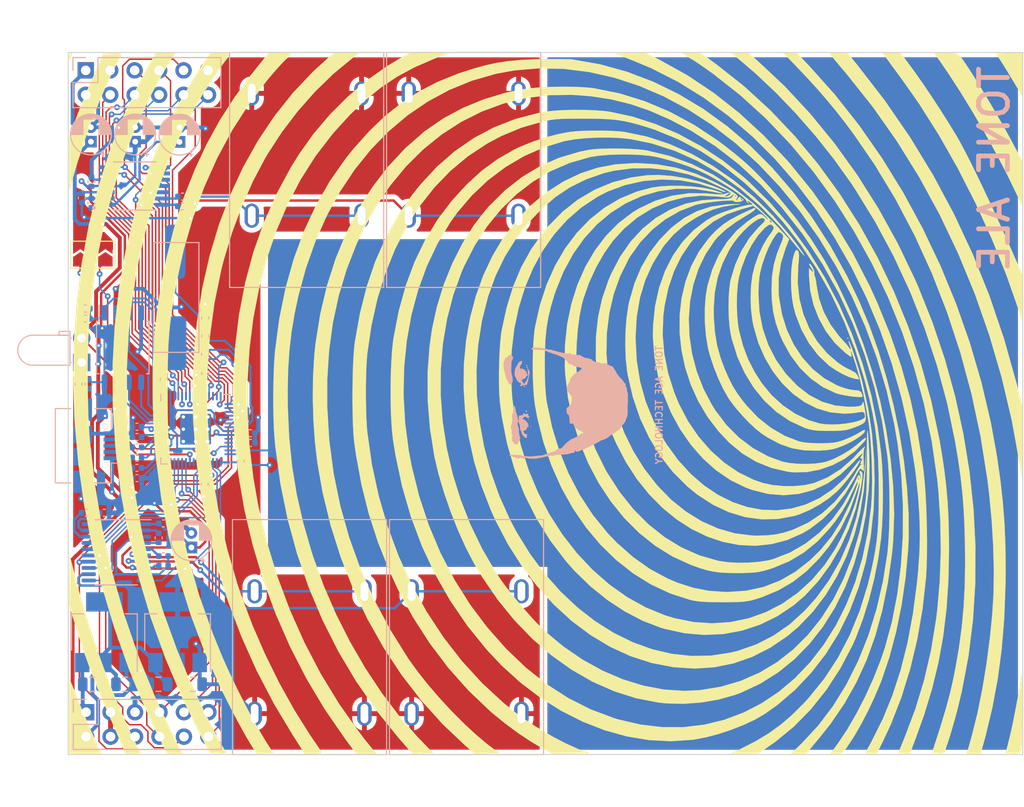
<source format=kicad_pcb>
(kicad_pcb (version 20211014) (generator pcbnew)
  (layers (0 "F.Cu" signal) (31 "B.Cu" signal) (34 "B.Paste" user) (35 "F.Paste" user) (36 "B.SilkS" user "B.Silkscreen") (37 "F.SilkS" user "F.Silkscreen") (38 "B.Mask" user) (39 "F.Mask" user) (44 "Edge.Cuts" user))
  (net 0 "")
  (net 1 "/XIN")
  (net 2 "GND")
  (net 3 "Net-(C2-Pad1)")
  (net 5 "+3V3")
  (net 6 "+1V1")
  (net 7 "/~{USB_BOOT}")
  (net 8 "/USB_D-")
  (net 9 "/USB_D+")
  (net 10 "/QSPI_SS")
  (net 11 "/XOUT")
  (net 12 "Net-(R4-Pad2)")
  (net 13 "/QSPI_SD1")
  (net 14 "/QSPI_SD2")
  (net 15 "/QSPI_SD0")
  (net 16 "/QSPI_SCLK")
  (net 17 "/QSPI_SD3")
  (net 18 "/cap_sense")
  (net 19 "/cap_send")
  (net 20 "/cap_drive_shield")
  (net 21 "/i2cv_ws")
  (net 22 "/i2cv_clk")
  (net 23 "/adc_clk")
  (net 24 "/i2cv_out")
  (net 25 "/i2cv_in")
  (net 26 "Net-(C17-Pad1)")
  (net 27 "VINL")
  (net 28 "Net-(R3-Pad2)")
  (net 29 "Net-(C18-Pad1)")
  (net 30 "VINR")
  (net 31 "Net-(C19-Pad1)")
  (net 32 "Net-(C20-Pad1)")
  (net 33 "Net-(C20-Pad2)")
  (net 34 "Net-(C21-Pad1)")
  (net 35 "Net-(C22-Pad1)")
  (net 36 "VBUS")
  (net 37 "VOUTR")
  (net 38 "VOUTL")
  (net 39 "/adc_fmt")
  (net 40 "/dac_demp")
  (net 41 "/dac_flt")
  (net 42 "/dac_fmt")
  (net 43 "/dac_xsmt")
  (net 44 "Net-(D1-Pad2)")
  (net 45 "+9V")
  (net 46 "Net-(J3-Pad1)")
  (net 47 "Net-(D1-Pad1)")
  (net 48 "/pot3")
  (net 49 "/pot2")
  (net 50 "/pot1")
  (net 51 "/pot0")
  (net 52 "/gp24")
  (net 53 "/swclk")
  (net 54 "/swd")
  (net 55 "/gp2")
  (net 56 "/gp3")
  (net 57 "/gp4")
  (net 58 "/gp5")
  (net 59 "/gp9")
  (net 60 "/gp10")
  (net 61 "/adc_md0")
  (net 62 "/adc_md1")
  (net 63 "/gp0")
  (net 64 "/gp1")
  (net 65 "/gp6")
  (footprint "Jumper:SolderJumper-2_P1.3mm_Open_TrianglePad1.0x1.5mm" (layer "F.Cu") (at 65.1 80.6 90)
    (fp_text reference "J3" hide)
    (fp_text value "Conn_01x02")
  )
  (footprint "Jumper:SolderJumper-2_P1.3mm_Open_TrianglePad1.0x1.5mm" (layer "F.Cu") (at 62.5 80.6 90)
    (fp_text reference "J1" hide)
    (fp_text value "Conn_01x02")
  )
  (footprint "kicadlibs:opil" (layer "F.Cu") (at 110.9 96.1 180)
    (fp_text reference "G***" hide)
    (fp_text value "LOGO" hide)
  )
  (footprint "pcm1808pwr:SOP65P640X120-14N" (layer "B.Cu") (at 68.155 73.465)
    (fp_text reference "U5" hide)
    (fp_text value "PCM1808PWR")
  )
  (footprint "Capacitor_SMD:C_0402_1005Metric" (layer "B.Cu") (at 75.463044 90.957381 -90)
    (fp_text reference "C1" hide)
    (fp_text value "27p")
  )
  (footprint "Capacitor_SMD:C_0402_1005Metric" (layer "B.Cu") (at 62.655 74.695 90)
    (fp_text reference "C23" hide)
    (fp_text value "100n")
  )
  (footprint "Capacitor_SMD:C_0402_1005Metric" (layer "B.Cu") (at 63.025444 87.237381)
    (fp_text reference "R2" hide)
    (fp_text value "DNF")
  )
  (footprint "Capacitor_SMD:C_0402_1005Metric" (layer "B.Cu") (at 62.313044 94.037381 90)
    (fp_text reference "R7" hide)
    (fp_text value "1k")
  )
  (footprint "Capacitor_SMD:C_0805_2012Metric" (layer "B.Cu") (at 74.2 125.2)
    (fp_text reference "C5" hide)
    (fp_text value "10u")
  )
  (footprint "Capacitor_SMD:C_0402_1005Metric" (layer "B.Cu") (at 75.463044 87.157381 90)
    (fp_text reference "C2" hide)
    (fp_text value "27p")
  )
  (footprint "Capacitor_SMD:C_0402_1005Metric" (layer "B.Cu") (at 73.105 74.565)
    (fp_text reference "C17" hide)
    (fp_text value "100n")
  )
  (footprint "Capacitor_THT:CP_Radial_D4.0mm_P1.50mm" (layer "B.Cu") (at 68.2 68.865 90)
    (fp_text reference "C33" hide)
    (fp_text value "10u")
  )
  (footprint "Capacitor_SMD:C_0402_1005Metric" (layer "B.Cu") (at 68.375244 99.530981 180)
    (fp_text reference "C9" hide)
    (fp_text value "100n")
  )
  (footprint "Capacitor_SMD:C_0402_1005Metric" (layer "B.Cu") (at 70.633805 110 -90)
    (fp_text reference "C20" hide)
    (fp_text value "2.2u")
  )
  (footprint "Capacitor_SMD:C_0402_1005Metric" (layer "B.Cu") (at 63.655 75.235 90)
    (fp_text reference "C19" hide)
    (fp_text value "100n")
  )
  (footprint "Capacitor_SMD:C_0402_1005Metric" (layer "B.Cu") (at 63.025444 86.194981 180)
    (fp_text reference "R1" hide)
    (fp_text value "1k")
  )
  (footprint "Capacitor_SMD:C_0402_1005Metric" (layer "B.Cu") (at 65 107.4 180)
    (fp_text reference "C26" hide)
    (fp_text value "100n")
  )
  (footprint "Shared:RP2040-QFN-56" (layer "B.Cu") (at 74.471244 98.718181 -90)
    (fp_text reference "U3" hide)
    (fp_text value "RP2040")
  )
  (footprint "Capacitor_SMD:C_0402_1005Metric" (layer "B.Cu") (at 71.163044 93.537381 90)
    (fp_text reference "C11" hide)
    (fp_text value "100n")
  )
  (footprint "Capacitor_SMD:C_0402_1005Metric" (layer "B.Cu") (at 68.375244 102.731381 180)
    (fp_text reference "C8" hide)
    (fp_text value "1u")
  )
  (footprint "Capacitor_SMD:C_0402_1005Metric" (layer "B.Cu") (at 79.163044 102.037381 90)
    (fp_text reference "R6" hide)
    (fp_text value "4k7")
  )
  (footprint "Capacitor_SMD:C_0402_1005Metric" (layer "B.Cu") (at 75.463044 89.057381 90)
    (fp_text reference "R5" hide)
    (fp_text value "1k")
  )
  (footprint "Connector_PinHeader_2.54mm:PinHeader_2x06_P2.54mm_Vertical" (layer "B.Cu") (at 63.1 128.1 -90)
    (fp_text reference "J5" hide)
    (fp_text value "Conn_02x06_Odd_Even")
  )
  (footprint "Capacitor_SMD:C_0805_2012Metric" (layer "B.Cu") (at 63.7 125.2)
    (fp_text reference "C29" hide)
    (fp_text value "10u")
  )
  (footprint "Capacitor_SMD:C_0402_1005Metric" (layer "B.Cu") (at 63.1 107.4)
    (fp_text reference "C21" hide)
    (fp_text value "100n")
  )
  (footprint "Capacitor_SMD:C_0402_1005Metric" (layer "B.Cu") (at 63.363044 94.037381 -90)
    (fp_text reference "C4" hide)
    (fp_text value "100n")
  )
  (footprint "Capacitor_THT:CP_Radial_D4.0mm_P1.50mm" (layer "B.Cu") (at 74.033805 111 90)
    (fp_text reference "C28" hide)
    (fp_text value "10u")
  )
  (footprint "Capacitor_SMD:C_0402_1005Metric" (layer "B.Cu") (at 68.375244 101.664581)
    (fp_text reference "R3" hide)
    (fp_text value "27")
  )
  (footprint "Capacitor_THT:CP_Radial_D4.0mm_P1.50mm" (layer "B.Cu") (at 72.8 68.8876 90)
    (fp_text reference "C31" hide)
    (fp_text value "10u")
  )
  (footprint "mylib:acjm_mhdr" (layer "B.Cu") (at 86 70.2 90)
    (fp_text reference "J7" hide)
    (fp_text value "Conn_01x02")
  )
  (footprint "Capacitor_SMD:C_0402_1005Metric" (layer "B.Cu") (at 75.4 104.438181 -90)
    (fp_text reference "C12" hide)
    (fp_text value "100n")
  )
  (footprint "Capacitor_SMD:C_0402_1005Metric" (layer "B.Cu") (at 80.163044 99.137381)
    (fp_text reference "C14" hide)
    (fp_text value "100n")
  )
  (footprint "mylib:acjm_mhdr" (layer "B.Cu") (at 102.6 121.9 -90)
    (fp_text reference "J9" hide)
    (fp_text value "Conn_01x02")
  )
  (footprint "Package_SO:TSSOP-20_4.4x6.5mm_P0.65mm" (layer "B.Cu") (at 66.233805 111.5 180)
    (fp_text reference "U4" hide)
    (fp_text value "PCM5102")
  )
  (footprint "mylib:USB_Micro-B_Amphenol_10104110_Horizontal" (layer "B.Cu") (at 64.063044 100.437381 90)
    (fp_text reference "J2" hide)
    (fp_text value "USB_B_Micro")
  )
  (footprint "Capacitor_THT:CP_Radial_D4.0mm_P1.50mm" (layer "B.Cu") (at 63.6 68.865 90)
    (fp_text reference "C32" hide)
    (fp_text value "10u")
  )
  (footprint "mylib:acjm_mhdr" (layer "B.Cu") (at 102.3 70.2 90)
    (fp_text reference "J8" hide)
    (fp_text value "Conn_01x02")
  )
  (footprint "Capacitor_SMD:C_0805_2012Metric" (layer "B.Cu") (at 70.6 125.2 180)
    (fp_text reference "C3" hide)
    (fp_text value "10u")
  )
  (footprint "mylib:LOGOS" (layer "B.Cu") (at 110.898941 96.457979 -90)
    (fp_text reference "G***" hide)
    (fp_text value "LOGO" hide)
  )
  (footprint "Capacitor_SMD:C_0402_1005Metric" (layer "B.Cu") (at 80.163044 100.137381)
    (fp_text reference "C7" hide)
    (fp_text value "100n")
  )
  (footprint "Package_TO_SOT_SMD:SOT-223-3_TabPin2" (layer "B.Cu") (at 72.6 119.8 90)
    (fp_text reference "U1" hide)
    (fp_text value "NCP1117-3.3_SOT223")
  )
  (footprint "Capacitor_SMD:C_0402_1005Metric" (layer "B.Cu") (at 68.375244 103.798181 180)
    (fp_text reference "C10" hide)
    (fp_text value "1u")
  )
  (footprint "Capacitor_SMD:C_0402_1005Metric" (layer "B.Cu") (at 63.655 73.015 -90)
    (fp_text reference "C24" hide)
    (fp_text value "100n")
  )
  (footprint "Package_SO:SOIC-8_5.23x5.23mm_P1.27mm" (layer "B.Cu") (at 66.909444 90.237381 -90)
    (fp_text reference "U2" hide)
    (fp_text value "W25Q128JVS")
  )
  (footprint "Capacitor_SMD:C_0402_1005Metric" (layer "B.Cu") (at 73.085 75.565)
    (fp_text reference "C18" hide)
    (fp_text value "100n")
  )
  (footprint "Capacitor_SMD:C_0402_1005Metric" (layer "B.Cu") (at 71.133805 108.5)
    (fp_text reference "C25" hide)
    (fp_text value "100n")
  )
  (footprint "Capacitor_SMD:C_0402_1005Metric" (layer "B.Cu") (at 75.471244 92.916931 90)
    (fp_text reference "C13" hide)
    (fp_text value "100n")
  )
  (footprint "Capacitor_SMD:C_0805_2012Metric" (layer "B.Cu") (at 67.15 125.2)
    (fp_text reference "C30" hide)
    (fp_text value "10u")
  )
  (footprint "LED_THT:LED_D3.0mm_Horizontal_O1.27mm_Z2.0mm" (layer "B.Cu") (at 62.638044 91.787381 90)
    (fp_text reference "D1" hide)
    (fp_text value "LED")
  )
  (footprint "Capacitor_SMD:C_0402_1005Metric" (layer "B.Cu") (at 71.133805 111.9)
    (fp_text reference "C22" hide)
    (fp_text value "2.2u")
  )
  (footprint "Package_TO_SOT_SMD:SOT-223-3_TabPin2" (layer "B.Cu") (at 65 119.8 90)
    (fp_text reference "U6" hide)
    (fp_text value "NCP1117-5.0_SOT223")
  )
  (footprint "mylib:acjm_mhdr" (layer "B.Cu") (at 86.3 121.9 -90)
    (fp_text reference "J6" hide)
    (fp_text value "Conn_01x02")
  )
  (footprint "Capacitor_SMD:C_0402_1005Metric" (layer "B.Cu") (at 71.133805 112.9)
    (fp_text reference "C27" hide)
    (fp_text value "100n")
  )
  (footprint "Capacitor_SMD:C_0402_1005Metric" (layer "B.Cu") (at 68.375244 100.597781)
    (fp_text reference "R4" hide)
    (fp_text value "27")
  )
  (footprint "Connector_PinHeader_2.54mm:PinHeader_2x06_P2.54mm_Vertical" (layer "B.Cu") (at 63.06 61.46 -90)
    (fp_text reference "J4" hide)
    (fp_text value "Conn_02x06_Odd_Even")
  )
  (footprint "Capacitor_SMD:C_0402_1005Metric" (layer "B.Cu") (at 68.375244 98.464181 180)
    (fp_text reference "C6" hide)
    (fp_text value "100n")
  )
  (footprint "Shared:ABLS_crystal_12.7x04.7" (layer "B.Cu") (at 72.463044 85.037381 90)
    (fp_text reference "Y1" hide)
    (fp_text value "ABLS-12.000MHZ-B4-T")
  )
  (gr_rect (start 61.25 59.6) (end 160.35 132.5) (layer "Edge.Cuts") (width 0.1) (fill none))
  (gr_text "TONE AGE TECHNOLOGY" (at 122.6 96.2 90) (layer "B.SilkS") (effects (font (size 0.7 0.7) (thickness 0.13)) (justify mirror)))
  (gr_text "TONE ALE" (at 157.4 71.7 90) (layer "B.SilkS") (effects (font (size 3 3) (thickness 0.5)) (justify mirror)))
  (segment (start 79.516558 98.118181) (end 79.963544 97.671195) (width 0.2) (layer "B.Cu") (net 1))
  (segment (start 79.763044 96.388352) (end 79.763044 92.32873) (width 0.2) (layer "B.Cu") (net 1))
  (segment (start 73.153044 90.477381) (end 72.463044 89.787381) (width 0.2) (layer "B.Cu") (net 1))
  (segment (start 79.763044 92.32873) (end 77.911695 90.477381) (width 0.2) (layer "B.Cu") (net 1))
  (segment (start 79.963544 97.671195) (end 79.963544 96.588852) (width 0.2) (layer "B.Cu") (net 1))
  (segment (start 77.908744 98.118181) (end 79.516558 98.118181) (width 0.2) (layer "B.Cu") (net 1))
  (segment (start 77.911695 90.477381) (end 75.463044 90.477381) (width 0.2) (layer "B.Cu") (net 1))
  (segment (start 75.463044 90.477381) (end 73.153044 90.477381) (width 0.2) (layer "B.Cu") (net 1))
  (segment (start 79.963544 96.588852) (end 79.763044 96.388352) (width 0.2) (layer "B.Cu") (net 1))
  (segment (start 73.196244 97.443181) (end 75.746244 97.443181) (width 0.25) (layer "F.Cu") (net 2))
  (segment (start 66.063544 102.937881) (end 67.863044 104.737381) (width 0.4) (layer "F.Cu") (net 2))
  (segment (start 62.9 76.7) (end 65.1 78.9) (width 0.25) (layer "F.Cu") (net 2))
  (segment (start 65.1 78.9) (end 65.1 79.875) (width 0.25) (layer "F.Cu") (net 2))
  (segment (start 68.436955 90.66347) (end 66.163044 88.389559) (width 0.4) (layer "F.Cu") (net 2))
  (segment (start 66.063544 96.6) (end 66.063544 102.937881) (width 0.4) (layer "F.Cu") (net 2))
  (segment (start 66.163044 88.389559) (end 66.163044 84.137381) (width 0.4) (layer "F.Cu") (net 2))
  (via (at 75.463044 85.737381) (size 0.6) (drill 0.25) (layers "F.Cu" "B.Cu") (net 2))
  (via (at 73.933411 76.816589) (size 0.6) (drill 0.25) (layers "F.Cu" "B.Cu") (net 2))
  (via (at 75.4 105.7) (size 0.6) (drill 0.25) (layers "F.Cu" "B.Cu") (net 2))
  (via (at 62.563044 105.937381) (size 0.6) (drill 0.25) (layers "F.Cu" "B.Cu") (net 2))
  (via (at 67.863044 104.737381) (size 0.6) (drill 0.25) (layers "F.Cu" "B.Cu") (net 2))
  (via (at 66.063544 96.6) (size 0.6) (drill 0.25) (layers "F.Cu" "B.Cu") (net 2))
  (via (at 66.163044 84.137381) (size 0.6) (drill 0.25) (layers "F.Cu" "B.Cu") (net 2))
  (via (at 72.98892 86.01108) (size 0.6) (drill 0.25) (layers "F.Cu" "B.Cu") (net 2))
  (via (at 67.98796 97.512465) (size 0.6) (drill 0.25) (layers "F.Cu" "B.Cu") (net 2))
  (via (at 75.5 67.5) (size 0.6) (drill 0.25) (layers "F.Cu" "B.Cu") (net 2))
  (via (at 68.436955 90.66347) (size 0.6) (drill 0.25) (layers "F.Cu" "B.Cu") (net 2))
  (via (at 67.8 109.9) (size 0.6) (drill 0.25) (layers "F.Cu" "B.Cu") (net 2))
  (via (at 80.963044 97.5) (size 0.6) (drill 0.25) (layers "F.Cu" "B.Cu") (net 2))
  (via (at 78.5 92) (size 0.6) (drill 0.25) (layers "F.Cu" "B.Cu") (net 2))
  (via (at 62.9 76.7) (size 0.6) (drill 0.25) (layers "F.Cu" "B.Cu") (net 2))
  (via (at 74.5 121) (size 0.6) (drill 0.25) (layers "F.Cu" "B.Cu") (net 2))
  (via (at 77.059974 97.769548) (size 0.6) (drill 0.25) (layers "F.Cu" "B.Cu") (net 2))
  (via (at 68.8 123.8) (size 0.6) (drill 0.25) (layers "F.Cu" "B.Cu") (net 2))
  (segment (start 63.58 106.954337) (end 62.563044 105.937381) (width 0.25) (layer "B.Cu") (net 2))
  (segment (start 67.895244 98.464181) (end 67.895244 97.605181) (width 0.4) (layer "B.Cu") (net 2))
  (segment (start 74.9 121.4) (end 74.5 121) (width 0.4) (layer "B.Cu") (net 2))
  (segment (start 75.3876 67.3876) (end 75.5 67.5) (width 0.4) (layer "B.Cu") (net 2))
  (segment (start 66.063544 98.686881) (end 65.613044 99.137381) (width 0.4) (layer "B.Cu") (net 2))
  (segment (start 62.308805 108.9) (end 62.308805 108.298959) (width 0.25) (layer "B.Cu") (net 2))
  (segment (start 62.655 76.455) (end 62.655 75.175) (width 0.25) (layer "B.Cu") (net 2))
  (segment (start 62.763044 96.687381) (end 62.763044 104.187381) (width 0.4) (layer "B.Cu") (net 2))
  (segment (start 69.096305 109.875) (end 67.825 109.875) (width 0.2) (layer "B.Cu") (net 2))
  (segment (start 72.8 67.3876) (end 68.2226 67.3876) (width 0.4) (layer "B.Cu") (net 2))
  (segment (start 68.814444 86.637381) (end 68.814444 90.285981) (width 0.4) (layer "B.Cu") (net 2))
  (segment (start 72.923207 86.076793) (end 72.98892 86.01108) (width 0.4) (layer "B.Cu") (net 2))
  (segment (start 62.763044 105.737381) (end 62.563044 105.937381) (width 0.4) (layer "B.Cu") (net 2))
  (segment (start 75.4 104.918181) (end 75.4 105.7) (width 0.15) (layer "B.Cu") (net 2))
  (segment (start 65.285 72.815) (end 63.935 72.815) (width 0.25) (layer "B.Cu") (net 2))
  (segment (start 65.613044 99.137381) (end 67.863044 99.137381) (width 0.4) (layer "B.Cu") (net 2))
  (segment (start 71.613805 112.9) (end 70.738805 113.775) (width 0.2) (layer "B.Cu") (net 2))
  (segment (start 66.975 126.325) (end 65.325 126.325) (width 0.4) (layer "B.Cu") (net 2))
  (segment (start 62.572764 108.035) (end 63.265 108.035) (width 0.25) (layer "B.Cu") (net 2))
  (segment (start 77.55 125.2) (end 80.6 128.25) (width 0.4) (layer "B.Cu") (net 2))
  (segment (start 74.9 124.95) (end 75.15 125.2) (width 0.4) (layer "B.Cu") (net 2))
  (segment (start 70.963044 86.076793) (end 70.963044 92.857381) (width 0.4) (layer "B.Cu") (net 2))
  (segment (start 72.8 67.3876) (end 75.3876 67.3876) (width 0.4) (layer "B.Cu") (net 2))
  (segment (start 63.655 70.81) (end 63.655 72.535) (width 0.4) (layer "B.Cu") (net 2))
  (segment (start 74.9 122.95) (end 74.9 124.95) (width 0.4) (layer "B.Cu") (net 2))
  (segment (start 77.059974 97.769548) (end 77.111341 97.718181) (width 0.2) (layer "B.Cu") (net 2))
  (segment (start 64.35 66.615) (end 64.35 62.71) (width 0.4) (layer "B.Cu") (net 2))
  (segment (start 68.2226 67.3876) (end 68.2 67.365) (width 0.4) (layer "B.Cu") (net 2))
  (segment (start 77.111341 97.718181) (end 77.908744 97.718181) (width 0.2) (layer "B.Cu") (net 2))
  (segment (start 62.308805 114.701041) (end 62.557764 114.95) (width 0.25) (layer "B.Cu") (net 2))
  (segment (start 70.963044 92.857381) (end 71.163044 93.057381) (width 0.4) (layer "B.Cu") (net 2))
  (segment (start 69.023632 84.137381) (end 70.963044 86.076793) (width 0.4) (layer "B.Cu") (net 2))
  (segment (start 73.033805 108.5) (end 74.033805 109.5) (width 0.4) (layer "B.Cu") (net 2))
  (segment (start 63.6 67.365) (end 65.8 67.365) (width 0.4) (layer "B.Cu") (net 2))
  (segment (start 67.895244 98.464181) (end 67.895244 99.105181) (width 0.4) (layer "B.Cu") (net 2))
  (segment (start 67.895244 102.731381) (end 67.895244 103.798181) (width 0.2) (layer "B.Cu") (net 2))
  (segment (start 80.963044 97.5) (end 80.963044 98.817381) (width 0.4) (layer "B.Cu") (net 2))
  (segment (start 62.868043 99.182382) (end 62.763044 99.287381) (width 0.4) (layer "B.Cu") (net 2))
  (segment (start 75.471244 92.436931) (end 75.471244 91.445581) (width 0.2) (layer "B.Cu") (net 2))
  (segment (start 67.863044 99.137381) (end 67.895244 99.105181) (width 0.4) (layer "B.Cu") (net 2))
  (segment (start 67.825 109.875) (end 67.8 109.9) (width 0.2) (layer "B.Cu") (net 2))
  (segment (start 74.9 122.95) (end 74.9 121.4) (width 0.4) (layer "B.Cu") (net 2))
  (segment (start 75.15 125.2) (end 77.55 125.2) (width 0.4) (layer "B.Cu") (net 2))
  (segment (start 62.763044 94.597381) (end 62.683044 94.517381) (width 0.4) (layer "B.Cu") (net 2))
  (segment (start 65.285 74.765) (end 63.665 74.765) (width 0.25) (layer "B.Cu") (net 2))
  (segment (start 67.895244 103.798181) (end 67.895244 104.705181) (width 0.2) (layer "B.Cu") (net 2))
  (segment (start 65.613044 99.137381) (end 65.568043 99.182382) (width 0.4) (layer "B.Cu") (net 2))
  (segment (start 63.371305 109.225) (end 62.633805 109.225) (width 0.25) (layer "B.Cu") (net 2))
  (segment (start 76.562619 91.437381) (end 77 91) (width 0.2) (layer "B.Cu") (net 2))
  (segment (start 66.163044 84.137381) (end 69.023632 84.137381) (width 0.4) (layer "B.Cu") (net 2))
  (segment (start 62.557764 114.95) (end 64.95 114.95) (width 0.25) (layer "B.Cu") (net 2))
  (segment (start 63.58 107.72) (end 63.58 107.4) (width 0.25) (layer "B.Cu") (net 2))
  (segment (start 71.613805 111.9) (end 71.613805 112.9) (width 0.2) (layer "B.Cu") (net 2))
  (segment (start 65.8 67.365) (end 65.8 68.665) (width 0.4) (layer "B.Cu") (net 2))
  (segment (start 71.613805 108.5) (end 73.033805 108.5) (width 0.4) (layer "B.Cu") (net 2))
  (segment (start 63.363044 94.517381) (end 62.683044 94.517381) (width 0.4) (layer "B.Cu") (net 2))
  (segment (start 62.9 76.7) (end 62.655 76.455) (width 0.25) (layer "B.Cu") (net 2))
  (segment (start 63.371305 113.775) (end 62.682764 113.775) (width 0.25) (layer "B.Cu") (net 2))
  (segment (start 63.655 74.755) (end 63.075 74.755) (width 0.25) (layer "B.Cu") (net 2))
  (segment (start 63.6 67.365) (end 64.35 66.615) (width 0.4) (layer "B.Cu") (net 2))
  (segment (start 63.265 108.035) (end 63.58 107.72) (width 0.25) (layer "B.Cu") (net 2))
  (segment (start 67.735 67.365) (end 68.2 67.365) (width 0.4) (layer "B.Cu") (net 2))
  (segment (start 63 76.8) (end 62.9 76.7) (width 0.25) (layer "B.Cu") (net 2))
  (segment (start 67.8 109.9) (end 66.225 111.475) (width 0.2) (layer "B.Cu") (net 2))
  (segment (start 66.435 68.665) (end 67.735 67.365) (width 0.4) (layer "B.Cu") (net 2))
  (segment (start 63.075 74.755) (end 62.655 75.175) (width 0.25) (layer "B.Cu") (net 2))
  (segment (start 66.125 113.775) (end 66.225 113.775) (width 0.25) (layer "B.Cu") (net 2))
  (segment (start 67.3 123) (end 67.3 124.4) (width 0.4) (layer "B.Cu") (net 2))
  (segment (start 63.58 107.4) (end 63.58 106.954337) (width 0.25) (layer "B.Cu") (net 2))
  (segment (start 62.308805 114.148959) (end 62.308805 114.701041) (width 0.25) (layer "B.Cu") (net 2))
  (segment (start 62.308805 108.298959) (end 62.572764 108.035) (width 0.25) (layer "B.Cu") (net 2))
  (segment (start 80.963044 98.817381) (end 80.643044 99.137381) (width 0.4) (layer "B.Cu") (net 2))
  (segment (start 63.665 74.765) (end 63.655 74.755) (width 0.25) (layer "B.Cu") (net 2))
  (segment (start 67.895244 99.105181) (end 67.895244 99.530981) (width 0.4) (layer "B.Cu") (net 2))
  (segment (start 65.64 126.64) (end 65.64 128.1) (width 0.4) (layer "B.Cu") (net 2))
  (segment (start 65.325 126.325) (end 65.64 126.64) (width 0.4) (layer "B.Cu") (net 2))
  (segment (start 67.895244 97.605181) (end 67.98796 97.512465) (width 0.4) (layer "B.Cu") (net 2))
  (segment (start 65.568043 99.182382) (end 62.868043 99.182382) (width 0.4) (layer "B.Cu") (net 2))
  (segment (start 70.738805 113.775) (end 69.096305 113.775) (width 0.2) (layer "B.Cu") (net 2))
  (segment (start 77 91) (end 77.5 91) (width 0.2) (layer "B.Cu") (net 2))
  (segment (start 67.3 124.4) (end 68.1 125.2) (width 0.4) (layer "B.Cu") (net 2))
  (segment (start 69.65 125.2) (end 69.65 124.65) (width 0.4) (layer "B.Cu") (net 2))
  (segment (start 66.225 113.775) (end 69.096305 113.775) (width 0.25) (layer "B.Cu") (net 2))
  (segment (start 65.8 68.665) (end 66.435 68.665) (width 0.4) (layer "B.Cu") (net 2))
  (segment (start 65.325 126.325) (end 64.65 125.65) (width 0.4) (layer "B.Cu") (net 2))
  (segment (start 63.935 72.815) (end 63.655 72.535) (width 0.25) (layer "B.Cu") (net 2))
  (segment (start 65.8 68.665) (end 63.655 70.81) (width 0.4) (layer "B.Cu") (net 2))
  (segment (start 73.933411 76.816589) (end 73.916822 76.8) (width 0.25) (layer "B.Cu") (net 2))
  (segment (start 62.763044 96.687381) (end 62.763044 94.597381) (width 0.4) (layer "B.Cu") (net 2))
  (segment (start 69.65 125.2) (end 68.1 125.2) (width 0.4) (layer "B.Cu") (net 2))
  (segment (start 67.895244 104.705181) (end 67.863044 104.737381) (width 0.2) (layer "B.Cu") (net 2))
  (segment (start 75.471244 91.445581) (end 75.463044 91.437381) (width 0.2) (layer "B.Cu") (net 2))
  (segment (start 75.463044 86.677381) (end 75.463044 85.737381) (width 0.4) (layer "B.Cu") (net 2))
  (segment (start 73.916822 76.8) (end 63 76.8) (width 0.25) (layer "B.Cu") (net 2))
  (segment (start 69.65 124.65) (end 68.8 123.8) (width 0.4) (layer "B.Cu") (net 2))
  (segment (start 68.1 125.2) (end 66.975 126.325) (width 0.4) (layer "B.Cu") (net 2))
  (segment (start 70.963044 86.076793) (end 72.923207 86.076793) (width 0.4) (layer "B.Cu") (net 2))
  (segment (start 75.463044 91.437381) (end 76.562619 91.437381) (width 0.2) (layer "B.Cu") (net 2))
  (segment (start 68.814444 90.285981) (end 68.436955 90.66347) (width 0.4) (layer "B.Cu") (net 2))
  (segment (start 64.35 62.71) (end 65.6 61.46) (width 0.4) (layer "B.Cu") (net 2))
  (segment (start 62.763044 104.187381) (end 62.763044 105.737381) (width 0.4) (layer "B.Cu") (net 2))
  (segment (start 80.643044 100.137381) (end 80.643044 99.137381) (width 0.4) (layer "B.Cu") (net 2))
  (segment (start 77.5 91) (end 78.5 92) (width 0.2) (layer "B.Cu") (net 2))
  (segment (start 62.682764 113.775) (end 62.308805 114.148959) (width 0.25) (layer "B.Cu") (net 2))
  (segment (start 66.225 111.475) (end 66.225 113.775) (width 0.2) (layer "B.Cu") (net 2))
  (segment (start 62.633805 109.225) (end 62.308805 108.9) (width 0.25) (layer "B.Cu") (net 2))
  (segment (start 64.95 114.95) (end 66.125 113.775) (width 0.25) (layer "B.Cu") (net 2))
  (segment (start 62.683044 94.517381) (end 62.313044 94.517381) (width 0.4) (layer "B.Cu") (net 2))
  (segment (start 66.063544 96.6) (end 66.063544 98.686881) (width 0.4) (layer "B.Cu") (net 2))
  (segment (start 64.52 107.4) (end 63.58 107.4) (width 0.25) (layer "B.Cu") (net 2))
  (segment (start 75.463044 88.577381) (end 75.463044 87.637381) (width 0.2) (layer "B.Cu") (net 3))
  (segment (start 72.363044 84.537381) (end 72.363044 80.287381) (width 0.2) (layer "B.Cu") (net 3))
  (segment (start 75.463044 87.637381) (end 72.363044 84.537381) (width 0.2) (layer "B.Cu") (net 3))
  (segment (start 64.764633 88.237381) (end 64.663044 88.135792) (width 0.25) (layer "F.Cu") (net 5))
  (segment (start 63.6 75.1) (end 63.6 73.9405) (width 0.25) (layer "F.Cu") (net 5))
  (segment (start 67.125 82.175425) (end 67.125 78.625) (width 0.25) (layer "F.Cu") (net 5))
  (segment (start 74.227913 107.572087) (end 73.896954 107.241128) (width 0.25) (layer "F.Cu") (net 5))
  (segment (start 74.033805 111) (end 67.716116 111) (width 0.25) (layer "F.Cu") (net 5))
  (segment (start 72.9 107.241128) (end 71.041128 107.241128) (width 0.25) (layer "F.Cu") (net 5))
  (segment (start 75.475 108.819173) (end 74.227913 107.572087) (width 0.25) (layer "F.Cu") (net 5))
  (segment (start 64.318043 98.082382) (end 64.318043 102.745971) (width 0.4) (layer "F.Cu") (net 5))
  (segment (start 63.6 73.9405) (end 62.6245 72.965) (width 0.25) (layer "F.Cu") (net 5))
  (segment (start 67.716116 111) (end 66.883726 111.83239) (width 0.25) (layer "F.Cu") (net 5))
  (segment (start 73.896954 107.241128) (end 72.9 107.241128) (width 0.25) (layer "F.Cu") (net 5))
  (segment (start 64.318043 102.745971) (end 67.409453 105.837381) (width 0.4) (layer "F.Cu") (net 5))
  (segment (start 67.125 78.625) (end 63.6 75.1) (width 0.25) (layer "F.Cu") (net 5))
  (segment (start 66.883726 112.656097) (end 67.314559 113.08693) (width 0.25) (layer "F.Cu") (net 5))
  (segment (start 71.041128 107.241128) (end 70.2 106.4) (width 0.25) (layer "F.Cu") (net 5))
  (segment (start 64.663044 88.135792) (end 64.663044 84.637381) (width 0.25) (layer "F.Cu") (net 5))
  (segment (start 75.475 109.1) (end 75.475 108.819173) (width 0.25) (layer "F.Cu") (net 5))
  (segment (start 73.4 113.2) (end 68.02614 113.2) (width 0.25) (layer "F.Cu") (net 5))
  (segment (start 67.409453 105.837381) (end 67.863044 105.837381) (width 0.4) (layer "F.Cu") (net 5))
  (segment (start 74.033805 111) (end 74.883805 111) (width 0.25) (layer "F.Cu") (net 5))
  (segment (start 75.475 110.408805) (end 75.475 109.1) (width 0.25) (layer "F.Cu") (net 5))
  (segment (start 68.02614 113.2) (end 67.91307 113.08693) (width 0.25) (layer "F.Cu") (net 5))
  (segment (start 65.063044 97.337381) (end 64.318043 98.082382) (width 0.4) (layer "F.Cu") (net 5))
  (segment (start 64.663044 84.637381) (end 67.125 82.175425) (width 0.25) (layer "F.Cu") (net 5))
  (segment (start 67.314559 113.08693) (end 67.91307 113.08693) (width 0.25) (layer "F.Cu") (net 5))
  (segment (start 74.883805 111) (end 75.475 110.408805) (width 0.25) (layer "F.Cu") (net 5))
  (segment (start 66.883726 111.83239) (end 66.883726 112.656097) (width 0.25) (layer "F.Cu") (net 5))
  (via (at 67.863044 105.837381) (size 0.6) (drill 0.25) (layers "F.Cu" "B.Cu") (net 5))
  (via (at 62.6245 72.965) (size 0.6) (drill 0.25) (layers "F.Cu" "B.Cu") (net 5))
  (via (at 67.91307 113.08693) (size 0.6) (drill 0.25) (layers "F.Cu" "B.Cu") (net 5))
  (via (at 65.063044 97.337381) (size 0.6) (drill 0.25) (layers "F.Cu" "B.Cu") (net 5))
  (via (at 64.764633 88.237381) (size 0.6) (drill 0.25) (layers "F.Cu" "B.Cu") (net 5))
  (via (at 70.2 106.4) (size 0.6) (drill 0.25) (layers "F.Cu" "B.Cu") (net 5))
  (via (at 73.4 113.2) (size 0.6) (drill 0.25) (layers "F.Cu" "B.Cu") (net 5))
  (segment (start 71.033744 98.918181) (end 71.033744 99.318181) (width 0.2) (layer "B.Cu") (net 5))
  (segment (start 63.685 73.465) (end 63.655 73.495) (width 0.25) (layer "B.Cu") (net 5))
  (segment (start 65.004444 89.696381) (end 65.004444 93.837381) (width 0.2) (layer "B.Cu") (net 5))
  (segment (start 70.653805 108.507609) (end 71.281196 109.135) (width 0.25) (layer "B.Cu") (net 5))
  (segment (start 71.888139 98.612476) (end 72.197204 98.921541) (width 0.2) (layer "B.Cu") (net 5))
  (segment (start 76.030355 96.737381) (end 76.413044 97.12007) (width 0.2) (layer "B.Cu") (net 5))
  (segment (start 71.871244 96.737381) (end 75.463044 96.737381) (width 0.2) (layer "B.Cu") (net 5))
  (segment (start 63.371305 108.575) (end 64.925 108.575) (width 0.25) (layer "B.Cu") (net 5))
  (segment (start 75.471244 96.729181) (end 75.463044 96.737381) (width 0.2) (layer "B.Cu") (net 5))
  (segment (start 71.871244 98.612476) (end 71.888139 98.612476) (width 0.2) (layer "B.Cu") (net 5))
  (segment (start 71.033744 98.918181) (end 71.565539 98.918181) (width 0.2) (layer "B.Cu") (net 5))
  (segment (start 70.578805 108.575) (end 70.653805 108.5) (width 0.25) (layer "B.Cu") (net 5))
  (segment (start 72.550817 100.725154) (end 72.563044 100.737381) (width 0.2) (layer "B.Cu") (net 5))
  (segment (start 72.6 116.65) (end 73.4 115.85) (width 0.4) (layer "B.Cu") (net 5))
  (segment (start 75.471244 95.280681) (end 75.471244 96.729181) (width 0.2) (layer "B.Cu") (net 5))
  (segment (start 76.413044 97.12007) (end 76.413044 97.97044) (width 0.2) (layer "B.Cu") (net 5))
  (segment (start 69.068044 99.318181) (end 68.855244 99.530981) (width 0.2) (layer "B.Cu") (net 5))
  (segment (start 75.471244 102.155681) (end 75.471244 103.886937) (width 0.2) (layer "B.Cu") (net 5))
  (segment (start 71.871244 98.612476) (end 71.871244 96.263581) (width 0.2) (layer "B.Cu") (net 5))
  (segment (start 72.197204 98.921541) (end 72.199346 98.921541) (width 0.2) (layer "B.Cu") (net 5))
  (segment (start 72.199346 98.921541) (end 72.550817 99.273012) (width 0.2) (layer "B.Cu") (net 5))
  (segment (start 63.643044 93.837381) (end 63.363044 93.557381) (width 0.2) (layer "B.Cu") (net 5))
  (segment (start 73.4 115.85) (end 73.4 113.2) (width 0.4) (layer "B.Cu") (net 5))
  (segment (start 72.550817 99.273012) (end 72.550817 100.725154) (width 0.2) (layer "B.Cu") (net 5))
  (segment (start 77.908744 98.918181) (end 79.463844 98.918181) (width 0.2) (layer "B.Cu") (net 5))
  (segment (start 68.2 72.4) (end 68.2 68.865) (width 0.25) (layer "B.Cu") (net 5))
  (segment (start 65.004444 93.837381) (end 63.643044 93.837381) (width 0.2) (layer "B.Cu") (net 5))
  (segment (start 63.1545 73.495) (end 62.6245 72.965) (width 0.25) (layer "B.Cu") (net 5))
  (segment (start 71.565539 98.918181) (end 71.871244 98.612476) (width 0.2) (layer "B.Cu") (net 5))
  (segment (start 75.471244 103.886937) (end 75.4 103.958181) (width 0.2) (layer "B.Cu") (net 5))
  (segment (start 75.471244 102.155681) (end 75.471244 101.545581) (width 0.2) (layer "B.Cu") (net 5))
  (segment (start 75.471244 101.545581) (end 74.663044 100.737381) (width 0.2) (layer "B.Cu") (net 5))
  (segment (start 73.25 123.6) (end 72.6 122.95) (width 0.4) (layer "B.Cu") (net 5))
  (segment (start 74.033805 110.933805) (end 74.033805 111) (width 0.25) (layer "B.Cu") (net 5))
  (segment (start 73.25 125.2) (end 73.25 123.6) (width 0.4) (layer "B.Cu") (net 5))
  (segment (start 63.545444 88.237381) (end 62.545444 87.237381) (width 0.2) (layer "B.Cu") (net 5))
  (segment (start 71.033744 101.318181) (end 71.871244 102.155681) (width 0.2) (layer "B.Cu") (net 5))
  (segment (start 64.764633 88.237381) (end 63.545444 88.237381) (width 0.2) (layer "B.Cu") (net 5))
  (segment (start 65.285 73.465) (end 67.135 73.465) (width 0.25) (layer "B.Cu") (net 5))
  (segment (start 71.033744 100.918181) (end 72.432244 100.918181) (width 0.2) (layer "B.Cu") (net 5))
  (segment (start 71.871244 96.263581) (end 71.871244 95.280681) (width 0.2) (layer "B.Cu") (net 5))
  (segment (start 70.233805 112.9) (end 70.008805 113.125) (width 0.25) (layer "B.Cu") (net 5))
  (segment (start 65.004444 88.477192) (end 64.764633 88.237381) (width 0.2) (layer "B.Cu") (net 5))
  (segment (start 74.663044 100.737381) (end 72.563044 100.737381) (width 0.2) (layer "B.Cu") (net 5))
  (segment (start 65.285 73.465) (end 63.685 73.465) (width 0.25) (layer "B.Cu") (net 5))
  (segment (start 70.008805 113.125) (end 69.096305 113.125) (width 0.25) (layer "B.Cu") (net 5))
  (segment (start 69.096305 108.575) (end 70.578805 108.575) (width 0.25) (layer "B.Cu") (net 5))
  (segment (start 72.235 109.135) (end 74.033805 110.933805) (width 0.25) (layer "B.Cu") (net 5))
  (segment (start 70.653805 108.5) (end 70.653805 108.507609) (width 0.25) (layer "B.Cu") (net 5))
  (segment (start 64.925 108.575) (end 65.48 108.02) (width 0.25) (layer "B.Cu") (net 5))
  (segment (start 67.135 73.465) (end 68.2 72.4) (width 0.25) (layer "B.Cu") (net 5))
  (segment (start 71.281196 109.135) (end 72.235 109.135) (width 0.25) (layer "B.Cu") (net 5))
  (segment (start 67.91307 113.08693) (end 69.058235 113.08693) (width 0.25) (layer "B.Cu") (net 5))
  (segment (start 76.413044 97.97044) (end 77.360785 98.918181) (width 0.2) (layer "B.Cu") (net 5))
  (segment (start 71.871244 94.725581) (end 71.163044 94.017381) (width 0.2) (layer "B.Cu") (net 5))
  (segment (start 71.033744 101.318181) (end 71.033744 101.619681) (width 0.2) (layer "B.Cu") (net 5))
  (segment (start 63.655 73.495) (end 63.1545 73.495) (width 0.25) (layer "B.Cu") (net 5))
  (segment (start 71.871244 95.280681) (end 71.871244 94.725581) (width 0.2) (layer "B.Cu") (net 5))
  (segment (start 65.004444 89.696381) (end 65.004444 88.477192) (width 0.2) (layer "B.Cu") (net 5))
  (segment (start 75.463044 96.737381) (end 76.030355 96.737381) (width 0.2) (layer "B.Cu") (net 5))
  (segment (start 69.058235 113.08693) (end 69.096305 113.125) (width 0.25) (layer "B.Cu") (net 5))
  (segment (start 71.033744 99.318181) (end 69.068044 99.318181) (width 0.2) (layer "B.Cu") (net 5))
  (segment (start 75.471244 95.280681) (end 75.471244 93.396931) (width 0.2) (layer "B.Cu") (net 5))
  (segment (start 79.463844 98.918181) (end 79.683044 99.137381) (width 0.2) (layer "B.Cu") (net 5))
  (segment (start 70.653805 112.9) (end 70.233805 112.9) (width 0.25) (layer "B.Cu") (net 5))
  (segment (start 71.033744 101.619681) (end 68.855244 103.798181) (width 0.2) (layer "B.Cu") (net 5))
  (segment (start 71.033744 100.918181) (end 71.033744 101.318181) (width 0.2) (layer "B.Cu") (net 5))
  (segment (start 72.432244 100.918181) (end 72.563044 100.787381) (width 0.2) (layer "B.Cu") (net 5))
  (segment (start 65.48 108.02) (end 65.48 107.4) (width 0.25) (layer "B.Cu") (net 5))
  (segment (start 77.360785 98.918181) (end 77.908744 98.918181) (width 0.2) (layer "B.Cu") (net 5))
  (segment (start 72.6 122.95) (end 72.6 116.65) (width 0.4) (layer "B.Cu") (net 5))
  (segment (start 72.563044 100.787381) (end 72.563044 100.737381) (width 0.2) (layer "B.Cu") (net 5))
  (segment (start 71.950817 99.521541) (end 71.146957 98.717681) (width 0.2) (layer "F.Cu") (net 6))
  (segment (start 71.950817 99.521541) (end 72.079177 99.393181) (width 0.2) (layer "F.Cu") (net 6))
  (segment (start 71.146957 98.717681) (end 69.870644 98.717681) (width 0.2) (layer "F.Cu") (net 6))
  (segment (start 76.287372 99.393181) (end 76.637314 99.043239) (width 0.2) (layer "F.Cu") (net 6))
  (segment (start 72.079177 99.393181) (end 76.287372 99.393181) (width 0.2) (layer "F.Cu") (net 6))
  (via (at 76.637314 99.043239) (size 0.6) (drill 0.25) (layers "F.Cu" "B.Cu") (net 6))
  (via (at 69.870644 98.717681) (size 0.6) (drill 0.25) (layers "F.Cu" "B.Cu") (net 6))
  (via (at 71.950817 99.521541) (size 0.6) (drill 0.25) (layers "F.Cu" "B.Cu") (net 6))
  (segment (start 70.296724 101.791695) (end 69.357038 102.731381) (width 0.2) (layer "B.Cu") (net 6))
  (segment (start 76.637314 99.043239) (end 76.912256 99.318181) (width 0.2) (layer "B.Cu") (net 6))
  (segment (start 77.908744 99.318181) (end 78.673099 99.318181) (width 0.2) (layer "B.Cu") (net 6))
  (segment (start 71.033744 100.518181) (end 70.501949 100.518181) (width 0.2) (layer "B.Cu") (net 6))
  (segment (start 69.357038 102.731381) (end 68.855244 102.731381) (width 0.2) (layer "B.Cu") (net 6))
  (segment (start 69.870644 98.518181) (end 69.870644 98.717681) (width 0.2) (layer "B.Cu") (net 6))
  (segment (start 70.296724 100.723406) (end 70.296724 101.791695) (width 0.2) (layer "B.Cu") (net 6))
  (segment (start 70.501949 100.518181) (end 70.296724 100.723406) (width 0.2) (layer "B.Cu") (net 6))
  (segment (start 71.033744 98.518181) (end 69.870644 98.518181) (width 0.2) (layer "B.Cu") (net 6))
  (segment (start 71.950817 100.349608) (end 71.782244 100.518181) (width 0.2) (layer "B.Cu") (net 6))
  (segment (start 71.950817 99.521541) (end 71.950817 100.349608) (width 0.2) (layer "B.Cu") (net 6))
  (segment (start 71.782244 100.518181) (end 71.033744 100.518181) (width 0.2) (layer "B.Cu") (net 6))
  (segment (start 79.492299 100.137381) (end 79.683044 100.137381) (width 0.2) (layer "B.Cu") (net 6))
  (segment (start 76.912256 99.318181) (end 77.908744 99.318181) (width 0.2) (layer "B.Cu") (net 6))
  (segment (start 68.909244 98.518181) (end 68.855244 98.464181) (width 0.2) (layer "B.Cu") (net 6))
  (segment (start 78.673099 99.318181) (end 79.492299 100.137381) (width 0.2) (layer "B.Cu") (net 6))
  (segment (start 69.870644 98.518181) (end 68.909244 98.518181) (width 0.2) (layer "B.Cu") (net 6))
  (segment (start 62.5 82.5) (end 62.5 81.325) (width 0.2) (layer "F.Cu") (net 7))
  (via (at 62.5 82.5) (size 0.6) (drill 0.25) (layers "F.Cu" "B.Cu") (net 7))
  (segment (start 62.545444 82.545444) (end 62.5 82.5) (width 0.2) (layer "B.Cu") (net 7))
  (segment (start 62.545444 86.194981) (end 62.545444 82.545444) (width 0.2) (layer "B.Cu") (net 7))
  (segment (start 67.690244 101.664581) (end 67.895244 101.664581) (width 0.4) (layer "B.Cu") (net 8))
  (segment (start 67.113044 101.087381) (end 67.690244 101.664581) (width 0.4) (layer "B.Cu") (net 8))
  (segment (start 65.613044 101.087381) (end 67.113044 101.087381) (width 0.4) (layer "B.Cu") (net 8))
  (segment (start 67.734844 100.437381) (end 67.895244 100.597781) (width 0.4) (layer "B.Cu") (net 9))
  (segment (start 65.613044 100.437381) (end 67.734844 100.437381) (width 0.4) (layer "B.Cu") (net 9))
  (segment (start 63.505444 87.237381) (end 64.404444 87.237381) (width 0.2) (layer "B.Cu") (net 10))
  (segment (start 65.963044 85.137381) (end 65.004444 86.095981) (width 0.2) (layer "B.Cu") (net 10))
  (segment (start 70.463044 95.547481) (end 70.463044 86.283899) (width 0.2) (layer "B.Cu") (net 10))
  (segment (start 65.004444 86.095981) (end 65.004444 86.637381) (width 0.2) (layer "B.Cu") (net 10))
  (segment (start 70.463044 86.283899) (end 69.316526 85.137381) (width 0.2) (layer "B.Cu") (net 10))
  (segment (start 71.033744 96.118181) (end 70.463044 95.547481) (width 0.2) (layer "B.Cu") (net 10))
  (segment (start 69.316526 85.137381) (end 65.963044 85.137381) (width 0.2) (layer "B.Cu") (net 10))
  (segment (start 64.404444 87.237381) (end 65.004444 86.637381) (width 0.2) (layer "B.Cu") (net 10))
  (segment (start 63.505444 87.237381) (end 63.505444 86.194981) (width 0.2) (layer "B.Cu") (net 10))
  (segment (start 77.537381 89.537381) (end 80.163044 92.163044) (width 0.2) (layer "B.Cu") (net 11))
  (segment (start 80.363544 96.423167) (end 80.363544 97.836881) (width 0.2) (layer "B.Cu") (net 11))
  (segment (start 75.463044 89.537381) (end 77.537381 89.537381) (width 0.2) (layer "B.Cu") (net 11))
  (segment (start 80.163044 92.163044) (end 80.163044 96.222666) (width 0.2) (layer "B.Cu") (net 11))
  (segment (start 80.363544 97.836881) (end 79.682244 98.518181) (width 0.2) (layer "B.Cu") (net 11))
  (segment (start 80.163044 96.222666) (end 80.363544 96.423167) (width 0.2) (layer "B.Cu") (net 11))
  (segment (start 79.682244 98.518181) (end 77.908744 98.518181) (width 0.2) (layer "B.Cu") (net 11))
  (segment (start 69.238844 100.597781) (end 68.855244 100.597781) (width 0.2) (layer "B.Cu") (net 12))
  (segment (start 70.118444 99.718181) (end 69.238844 100.597781) (width 0.2) (layer "B.Cu") (net 12))
  (segment (start 71.033744 99.718181) (end 70.118444 99.718181) (width 0.2) (layer "B.Cu") (net 12))
  (segment (start 69.15084 85.537381) (end 66.863044 85.537381) (width 0.2) (layer "B.Cu") (net 13))
  (segment (start 70.501269 96.518181) (end 70.063044 96.079956) (width 0.2) (layer "B.Cu") (net 13))
  (segment (start 66.274444 86.125981) (end 66.274444 86.637381) (width 0.2) (layer "B.Cu") (net 13))
  (segment (start 70.063044 86.449585) (end 69.15084 85.537381) (width 0.2) (layer "B.Cu") (net 13))
  (segment (start 66.863044 85.537381) (end 66.274444 86.125981) (width 0.2) (layer "B.Cu") (net 13))
  (segment (start 71.033744 96.518181) (end 70.501269 96.518181) (width 0.2) (layer "B.Cu") (net 13))
  (segment (start 70.063044 96.079956) (end 70.063044 86.449585) (width 0.2) (layer "B.Cu") (net 13))
  (segment (start 69.563044 96.145642) (end 69.563044 92.637381) (width 0.2) (layer "B.Cu") (net 14))
  (segment (start 71.033744 96.918181) (end 70.335583 96.918181) (width 0.2) (layer "B.Cu") (net 14))
  (segment (start 67.544444 90.618781) (end 67.544444 86.637381) (width 0.2) (layer "B.Cu") (net 14))
  (segment (start 69.563044 92.637381) (end 67.544444 90.618781) (width 0.2) (layer "B.Cu") (net 14))
  (segment (start 70.335583 96.918181) (end 69.563044 96.145642) (width 0.2) (layer "B.Cu") (net 14))
  (segment (start 68.814444 93.837381) (end 68.814444 96.359755) (width 0.2) (layer "B.Cu") (net 15))
  (segment (start 68.814444 96.359755) (end 69.77287 97.318181) (width 0.2) (layer "B.Cu") (net 15))
  (segment (start 69.77287 97.318181) (end 71.033744 97.318181) (width 0.2) (layer "B.Cu") (net 15))
  (segment (start 69.607184 97.718181) (end 71.033744 97.718181) (width 0.2) (layer "B.Cu") (net 16))
  (segment (start 67.544444 93.837381) (end 67.544444 95.655441) (width 0.2) (layer "B.Cu") (net 16))
  (segment (start 67.544444 95.655441) (end 69.607184 97.718181) (width 0.2) (layer "B.Cu") (net 16))
  (segment (start 71.033744 98.118181) (end 69.441498 98.118181) (width 0.2) (layer "B.Cu") (net 17))
  (segment (start 66.274444 94.951127) (end 66.274444 93.837381) (width 0.2) (layer "B.Cu") (net 17))
  (segment (start 69.441498 98.118181) (end 66.274444 94.951127) (width 0.2) (layer "B.Cu") (net 17))
  (via (at 82.163044 102.437381) (size 0.6) (drill 0.25) (layers "F.Cu" "B.Cu") (net 18))
  (segment (start 79.243044 102.437381) (end 79.163044 102.517381) (width 0.2) (layer "B.Cu") (net 18))
  (segment (start 77.071244 102.155681) (end 78.801344 102.155681) (width 0.2) (layer "B.Cu") (net 18))
  (segment (start 82.163044 102.437381) (end 79.243044 102.437381) (width 0.2) (layer "B.Cu") (net 18))
  (segment (start 78.801344 102.155681) (end 79.163044 102.517381) (width 0.2) (layer "B.Cu") (net 18))
  (segment (start 77.908744 101.318181) (end 78.923844 101.318181) (width 0.2) (layer "B.Cu") (net 19))
  (segment (start 78.923844 101.318181) (end 79.163044 101.557381) (width 0.2) (layer "B.Cu") (net 19))
  (segment (start 77.908744 100.918181) (end 82.343844 100.918181) (width 0.2) (layer "B.Cu") (net 20))
  (segment (start 70.675 87.410182) (end 76.662118 93.3973) (width 0.15) (layer "F.Cu") (net 21))
  (segment (start 70.179009 131.79) (end 72.06 131.79) (width 0.15) (layer "F.Cu") (net 21))
  (segment (start 66.9 64.350991) (end 66.9 61) (width 0.15) (layer "F.Cu") (net 21))
  (segment (start 67.08 71.445) (end 67.08 64.530991) (width 0.15) (layer "F.Cu") (net 21))
  (segment (start 77.8022 96.475137) (end 78.845744 97.518681) (width 0.15) (layer "F.Cu") (net 21))
  (segment (start 64.492179 111.83235) (end 64.492179 110.627795) (width 0.15) (layer "F.Cu") (net 21))
  (segment (start 67.6 60.3) (end 72.16 60.3) (width 0.15) (layer "F.Cu") (net 21))
  (segment (start 69.2 73.565) (end 69.2 74.378173) (width 0.15) (layer "F.Cu") (net 21))
  (segment (start 72.06 131.79) (end 73.185 130.665) (width 0.15) (layer "F.Cu") (net 21))
  (segment (start 67.08 64.530991) (end 66.9 64.350991) (width 0.15) (layer "F.Cu") (net 21))
  (segment (start 64.492179 110.627795) (end 71.044974 104.075) (width 0.15) (layer "F.Cu") (net 21))
  (segment (start 66.9 61) (end 67.6 60.3) (width 0.15) (layer "F.Cu") (net 21))
  (segment (start 67.599009 129.4) (end 68.8 129.4) (width 0.15) (layer "F.Cu") (net 21))
  (segment (start 72.16 60.3) (end 73.285 61.425) (width 0.15) (layer "F.Cu") (net 21))
  (segment (start 64.492179 125.192179) (end 66.9 127.6) (width 0.15) (layer "F.Cu") (net 21))
  (segment (start 67.144717 71.509717) (end 67.08 71.445) (width 0.15) (layer "F.Cu") (net 21))
  (segment (start 71.044974 104.075) (end 76.363173 104.075) (width 0.15) (layer "F.Cu") (net 21))
  (segment (start 66.9 127.6) (end 66.9 128.700991) (width 0.15) (layer "F.Cu") (net 21))
  (segment (start 68.8 129.4) (end 69.52 130.12) (width 0.15) (layer "F.Cu") (net 21))
  (segment (start 77.85 98.514425) (end 78.845744 97.518681) (width 0.15) (layer "F.Cu") (net 21))
  (segment (start 69.52 130.12) (end 69.52 131.130991) (width 0.15) (layer "F.Cu") (net 21))
  (segment (start 66.9 128.700991) (end 67.599009 129.4) (width 0.15) (layer "F.Cu") (net 21))
  (segment (start 64.492179 111.83235) (end 64.492179 125.192179) (width 0.15) (layer "F.Cu") (net 21))
  (segment (start 69.2 74.378173) (end 70.675 75.853173) (width 0.15) (layer "F.Cu") (net 21))
  (segment (start 77.260847 93.3973) (end 77.8022 93.938653) (width 0.15) (layer "F.Cu") (net 21))
  (segment (start 67.144717 71.509717) (end 69.2 73.565) (width 0.15) (layer "F.Cu") (net 21))
  (segment (start 70.675 75.853173) (end 70.675 87.410182) (width 0.15) (layer "F.Cu") (net 21))
  (segment (start 77.85 102.588173) (end 77.85 98.514425) (width 0.15) (layer "F.Cu") (net 21))
  (segment (start 77.8022 93.938653) (end 77.8022 96.475137) (width 0.15) (layer "F.Cu") (net 21))
  (segment (start 76.363173 104.075) (end 77.85 102.588173) (width 0.15) (layer "F.Cu") (net 21))
  (segment (start 69.52 131.130991) (end 70.179009 131.79) (width 0.15) (layer "F.Cu") (net 21))
  (segment (start 76.662118 93.3973) (end 77.260847 93.3973) (width 0.15) (layer "F.Cu") (net 21))
  (via (at 64.492179 111.83235) (size 0.6) (drill 0.25) (layers "F.Cu" "B.Cu") (net 21))
  (via (at 67.144717 71.509717) (size 0.6) (drill 0.25) (layers "F.Cu" "B.Cu") (net 21))
  (via (at 78.845744 97.518681) (size 0.6) (drill 0.25) (layers "F.Cu" "B.Cu") (net 21))
  (segment (start 78.645244 97.318181) (end 78.845744 97.518681) (width 0.15) (layer "B.Cu") (net 21))
  (segment (start 65.285 71.515) (end 67.139434 71.515) (width 0.15) (layer "B.Cu") (net 21))
  (segment (start 77.908744 97.318181) (end 78.645244 97.318181) (width 0.15) (layer "B.Cu") (net 21))
  (segment (start 67.139434 71.515) (end 67.144717 71.509717) (width 0.15) (layer "B.Cu") (net 21))
  (segment (start 64.492179 111.83235) (end 63.378655 111.83235) (width 0.15) (layer "B.Cu") (net 21))
  (segment (start 63.378655 111.83235) (end 63.371305 111.825) (width 0.15) (layer "B.Cu") (net 21))
  (segment (start 65.067179 113.042385) (end 65.067179 110.547769) (width 0.15) (layer "F.Cu") (net 22))
  (segment (start 65.137397 113.112603) (end 65.067179 113.042385) (width 0.15) (layer "F.Cu") (net 22))
  (segment (start 77.09704 92.3473) (end 71.725 86.97526) (width 0.15) (layer "F.Cu") (net 22))
  (segment (start 70.813044 72.365049) (end 71.87 71.308093) (width 0.15) (layer "F.Cu") (net 22))
  (segment (start 77.695769 92.3473) (end 77.09704 92.3473) (width 0.15) (layer "F.Cu") (net 22))
  (segment (start 79.420744 96.894581) (end 79.363544 96.837381) (width 0.15) (layer "F.Cu") (net 22))
  (segment (start 71.189948 104.425) (end 76.508148 104.425) (width 0.15) (layer "F.Cu") (net 22))
  (segment (start 65.067179 110.547769) (end 71.189948 104.425) (width 0.15) (layer "F.Cu") (net 22))
  (segment (start 71.87 71.308093) (end 71.87 62.55) (width 0.15) (layer "F.Cu") (net 22))
  (segment (start 79.363544 96.837381) (end 79.5267 96.674225) (width 0.15) (layer "F.Cu") (net 22))
  (segment (start 78.2 98.977598) (end 79.420744 97.756854) (width 0.15) (layer "F.Cu") (net 22))
  (segment (start 70.813044 72.365049) (end 70.012995 71.565) (width 0.15) (layer "F.Cu") (net 22))
  (segment (start 65.137397 113.112603) (end 65.137397 123.337397) (width 0.15) (layer "F.Cu") (net 22))
  (segment (start 71.87 62.55) (end 70.745 61.425) (width 0.15) (layer "F.Cu") (net 22))
  (segment (start 79.5267 96.674225) (end 79.5267 94.178231) (width 0.15) (layer "F.Cu") (net 22))
  (segment (start 79.5267 94.178231) (end 77.695769 92.3473) (width 0.15) (layer "F.Cu") (net 22))
  (segment (start 71.725 73.277005) (end 70.813044 72.365049) (width 0.15) (layer "F.Cu") (net 22))
  (segment (start 71.725 86.97526) (end 71.725 73.277005) (width 0.15) (layer "F.Cu") (net 22))
  (segment (start 69.4 127.6) (end 69.4 129.42) (width 0.15) (layer "F.Cu") (net 22))
  (segment (start 78.2 102.733147) (end 78.2 98.977598) (width 0.15) (layer "F.Cu") (net 22))
  (segment (start 76.508148 104.425) (end 78.2 102.733147) (width 0.15) (layer "F.Cu") (net 22))
  (segment (start 65.137397 123.337397) (end 69.4 127.6) (width 0.15) (layer "F.Cu") (net 22))
  (segment (start 70.012995 71.565) (end 69.2745 71.565) (width 0.15) (layer "F.Cu") (net 22))
  (segment (start 79.420744 97.756854) (end 79.420744 96.894581) (width 0.15) (layer "F.Cu") (net 22))
  (segment (start 69.4 129.42) (end 70.645 130.665) (width 0.15) (layer "F.Cu") (net 22))
  (via (at 79.363544 96.837381) (size 0.6) (drill 0.25) (layers "F.Cu" "B.Cu") (net 22))
  (via (at 65.137397 113.112603) (size 0.6) (drill 0.25) (layers "F.Cu" "B.Cu") (net 22))
  (via (at 69.2745 71.565) (size 0.6) (drill 0.25) (layers "F.Cu" "B.Cu") (net 22))
  (segment (start 79.282744 96.918181) (end 79.363544 96.837381) (width 0.15) (layer "B.Cu") (net 22))
  (segment (start 69.3245 71.515) (end 69.2745 71.565) (width 0.15) (layer "B.Cu") (net 22))
  (segment (start 65.137397 113.112603) (end 65.125 113.125) (width 0.15) (layer "B.Cu") (net 22))
  (segment (start 71.025 71.515) (end 69.3245 71.515) (width 0.15) (layer "B.Cu") (net 22))
  (segment (start 77.908744 96.918181) (end 79.282744 96.918181) (width 0.15) (layer "B.Cu") (net 22))
  (segment (start 65.125 113.125) (end 63.371305 113.125) (width 0.15) (layer "B.Cu") (net 22))
  (segment (start 77.115873 93.7473) (end 77.4522 94.083627) (width 0.15) (layer "F.Cu") (net 23))
  (segment (start 68.85 74.05) (end 68.85 74.523147) (width 0.15) (layer "F.Cu") (net 23))
  (segment (start 77.4522 94.083627) (end 77.4522 95.676806) (width 0.15) (layer "F.Cu") (net 23))
  (segment (start 67.104674 72.304674) (end 68.85 74.05) (width 0.15) (layer "F.Cu") (net 23))
  (segment (start 67.059584 72.304674) (end 67.104674 72.304674) (width 0.15) (layer "F.Cu") (net 23))
  (segment (start 77.4522 95.676806) (end 76.971744 96.157262) (width 0.15) (layer "F.Cu") (net 23))
  (segment (start 76.517144 93.7473) (end 77.115873 93.7473) (width 0.15) (layer "F.Cu") (net 23))
  (segment (start 68.85 74.523147) (end 70.325 75.998147) (width 0.15) (layer "F.Cu") (net 23))
  (segment (start 70.325 75.998147) (end 70.325 87.555156) (width 0.15) (layer "F.Cu") (net 23))
  (segment (start 70.325 87.555156) (end 76.517144 93.7473) (width 0.15) (layer "F.Cu") (net 23))
  (via (at 67.059584 72.304674) (size 0.6) (drill 0.25) (layers "F.Cu" "B.Cu") (net 23))
  (via (at 76.971744 96.157262) (size 0.6) (drill 0.25) (layers "F.Cu" "B.Cu") (net 23))
  (segment (start 76.971744 96.157262) (end 77.071244 96.057762) (width 0.15) (layer "B.Cu") (net 23))
  (segment (start 66.91991 72.165) (end 65.285 72.165) (width 0.15) (layer "B.Cu") (net 23))
  (segment (start 67.059584 72.304674) (end 66.91991 72.165) (width 0.15) (layer "B.Cu") (net 23))
  (segment (start 77.071244 96.057762) (end 77.071244 95.280681) (width 0.15) (layer "B.Cu") (net 23))
  (segment (start 65.209009 131.9) (end 66.87 131.9) (width 0.15) (layer "F.Cu") (net 24))
  (segment (start 62.3995 112.527365) (end 62.3995 125.0995) (width 0.15) (layer "F.Cu") (net 24))
  (segment (start 64.44 127.14) (end 64.44 131.130991) (width 0.15) (layer "F.Cu") (net 24))
  (segment (start 62.3995 112.527365) (end 62.3995 112.2255) (width 0.15) (layer "F.Cu") (net 24))
  (segment (start 71.125 103.5) (end 76.125 103.5) (width 0.15) (layer "F.Cu") (net 24))
  (segment (start 66.87 131.9) (end 68.105 130.665) (width 0.15) (layer "F.Cu") (net 24))
  (segment (start 62.3995 112.2255) (end 71.125 103.5) (width 0.15) (layer "F.Cu") (net 24))
  (segment (start 64.44 131.130991) (end 65.209009 131.9) (width 0.15) (layer "F.Cu") (net 24))
  (segment (start 62.3995 125.0995) (end 64.44 127.14) (width 0.15) (layer "F.Cu") (net 24))
  (via (at 76.125 103.5) (size 0.6) (drill 0.25) (layers "F.Cu" "B.Cu") (net 24))
  (via (at 62.3995 112.527365) (size 0.6) (drill 0.25) (layers "F.Cu" "B.Cu") (net 24))
  (segment (start 62.451865 112.475) (end 63.371305 112.475) (width 0.15) (layer "B.Cu") (net 24))
  (segment (start 75.871244 103.246244) (end 76.125 103.5) (width 0.15) (layer "B.Cu") (net 24))
  (segment (start 62.3995 112.527365) (end 62.451865 112.475) (width 0.15) (layer "B.Cu") (net 24))
  (segment (start 75.871244 102.155681) (end 75.871244 103.246244) (width 0.15) (layer "B.Cu") (net 24))
  (segment (start 69.33 62.55) (end 68.205 61.425) (width 0.15) (layer "F.Cu") (net 25))
  (segment (start 76.952066 92.6973) (end 71.375 87.120234) (width 0.15) (layer "F.Cu") (net 25))
  (segment (start 78.9517 94.098205) (end 77.550795 92.6973) (width 0.15) (layer "F.Cu") (net 25))
  (segment (start 78.9517 96.152116) (end 78.9517 94.098205) (width 0.15) (layer "F.Cu") (net 25))
  (segment (start 69.80126 72.166438) (end 68.966438 72.166438) (width 0.15) (layer "F.Cu") (net 25))
  (segment (start 77.550795 92.6973) (end 76.952066 92.6973) (width 0.15) (layer "F.Cu") (net 25))
  (segment (start 69.33 69.485) (end 69.33 62.55) (width 0.15) (layer "F.Cu") (net 25))
  (segment (start 68.6995 70.1155) (end 69.33 69.485) (width 0.15) (layer "F.Cu") (net 25))
  (segment (start 71.375 87.120234) (end 71.375 73.740178) (width 0.15) (layer "F.Cu") (net 25))
  (segment (start 68.966438 72.166438) (end 68.6995 71.8995) (width 0.15) (layer "F.Cu") (net 25))
  (segment (start 68.6995 71.8995) (end 68.6995 70.1155) (width 0.15) (layer "F.Cu") (net 25))
  (segment (start 71.375 73.740178) (end 69.80126 72.166438) (width 0.15) (layer "F.Cu") (net 25))
  (via (at 69.80126 72.166438) (size 0.6) (drill 0.25) (layers "F.Cu" "B.Cu") (net 25))
  (via (at 78.9517 96.152116) (size 0.6) (drill 0.25) (layers "F.Cu" "B.Cu") (net 25))
  (segment (start 78.582244 96.518181) (end 77.908744 96.518181) (width 0.15) (layer "B.Cu") (net 25))
  (segment (start 78.948309 96.152116) (end 78.582244 96.518181) (width 0.15) (layer "B.Cu") (net 25))
  (segment (start 69.802698 72.165) (end 69.80126 72.166438) (width 0.15) (layer "B.Cu") (net 25))
  (segment (start 78.9517 96.152116) (end 78.948309 96.152116) (width 0.15) (layer "B.Cu") (net 25))
  (segment (start 71.025 72.165) (end 69.802698 72.165) (width 0.15) (layer "B.Cu") (net 25))
  (segment (start 72.425 74.765) (end 72.625 74.565) (width 0.25) (layer "B.Cu") (net 26))
  (segment (start 71.025 74.765) (end 72.425 74.765) (width 0.25) (layer "B.Cu") (net 26))
  (segment (start 91.7 76.55) (end 80.3 76.55) (width 0.25) (layer "B.Cu") (net 27))
  (segment (start 80.3 76.55) (end 78.315 74.565) (width 0.25) (layer "B.Cu") (net 27))
  (segment (start 78.315 74.565) (end 73.585 74.565) (width 0.25) (layer "B.Cu") (net 27))
  (segment (start 69.391244 101.664581) (end 68.855244 101.664581) (width 0.2) (layer "B.Cu") (net 28))
  (segment (start 69.848444 101.207381) (end 69.391244 101.664581) (width 0.2) (layer "B.Cu") (net 28))
  (segment (start 70.336943 100.118181) (end 69.848444 100.60668) (width 0.2) (layer "B.Cu") (net 28))
  (segment (start 71.033744 100.118181) (end 70.336943 100.118181) (width 0.2) (layer "B.Cu") (net 28))
  (segment (start 69.848444 100.60668) (end 69.848444 101.207381) (width 0.2) (layer "B.Cu") (net 28))
  (segment (start 71.025 75.415) (end 72.455 75.415) (width 0.25) (layer "B.Cu") (net 29))
  (segment (start 72.455 75.415) (end 72.605 75.565) (width 0.25) (layer "B.Cu") (net 29))
  (segment (start 96.6 76.55) (end 95.025 74.975) (width 0.25) (layer "F.Cu") (net 30))
  (segment (start 90.525 74.975) (end 74.725 74.975) (width 0.25) (layer "F.Cu") (net 30))
  (segment (start 74.725 74.975) (end 74.4 75.3) (width 0.25) (layer "F.Cu") (net 30))
  (segment (start 95.025 74.975) (end 90.525 74.975) (width 0.25) (layer "F.Cu") (net 30))
  (via (at 74.4 75.3) (size 0.6) (drill 0.25) (layers "F.Cu" "B.Cu") (net 30))
  (segment (start 74.4 75.3) (end 74.135 75.565) (width 0.25) (layer "B.Cu") (net 30))
  (segment (start 108.2 76.55) (end 96.8 76.55) (width 0.25) (layer "B.Cu") (net 30))
  (segment (start 74.135 75.565) (end 73.565 75.565) (width 0.25) (layer "B.Cu") (net 30))
  (segment (start 68.65 72.837611) (end 68.65 70.665) (width 0.25) (layer "B.Cu") (net 31))
  (segment (start 65.285 75.415) (end 66.072611 75.415) (width 0.25) (layer "B.Cu") (net 31))
  (segment (start 66.072611 75.415) (end 68.65 72.837611) (width 0.25) (layer "B.Cu") (net 31))
  (segment (start 68.65 70.665) (end 70.4274 68.8876) (width 0.25) (layer "B.Cu") (net 31))
  (segment (start 64.985 75.715) (end 65.285 75.415) (width 0.25) (layer "B.Cu") (net 31))
  (segment (start 63.655 75.715) (end 64.985 75.715) (width 0.25) (layer "B.Cu") (net 31))
  (segment (start 70.4274 68.8876) (end 72.8 68.8876) (width 0.25) (layer "B.Cu") (net 31))
  (segment (start 70.338805 109.225) (end 70.633805 109.52) (width 0.25) (layer "B.Cu") (net 32))
  (segment (start 69.096305 109.225) (end 70.338805 109.225) (width 0.25) (layer "B.Cu") (net 32))
  (segment (start 69.096305 110.525) (end 70.588805 110.525) (width 0.2) (layer "B.Cu") (net 33))
  (segment (start 70.588805 110.525) (end 70.633805 110.48) (width 0.2) (layer "B.Cu") (net 33))
  (segment (start 62.571368 107.4) (end 62.62 107.4) (width 0.25) (layer "B.Cu") (net 34))
  (segment (start 61.858805 109.258805) (end 61.858805 108.112563) (width 0.25) (layer "B.Cu") (net 34))
  (segment (start 61.858805 108.112563) (end 62.571368 107.4) (width 0.25) (layer "B.Cu") (net 34))
  (segment (start 62.475 109.875) (end 61.858805 109.258805) (width 0.25) (layer "B.Cu") (net 34))
  (segment (start 63.371305 109.875) (end 62.475 109.875) (width 0.25) (layer "B.Cu") (net 34))
  (segment (start 69.928805 111.175) (end 70.653805 111.9) (width 0.25) (layer "B.Cu") (net 35))
  (segment (start 69.096305 111.175) (end 69.928805 111.175) (width 0.25) (layer "B.Cu") (net 35))
  (segment (start 64.138044 87.362381) (end 63.463044 88.037381) (width 0.4) (layer "F.Cu") (net 36))
  (segment (start 65.157538 77.4) (end 66.6 78.842462) (width 0.4) (layer "F.Cu") (net 36))
  (segment (start 63.718043 103.142378) (end 63.718043 97.833854) (width 0.4) (layer "F.Cu") (net 36))
  (segment (start 64.8 77.4245) (end 64.8245 77.4) (width 0.4) (layer "F.Cu") (net 36))
  (segment (start 66.7 107.253248) (end 62.125883 111.827365) (width 0.4) (layer "F.Cu") (net 36))
  (segment (start 63.718043 97.833854) (end 64.363044 97.188853) (width 0.4) (layer "F.Cu") (net 36))
  (segment (start 65.788045 105.21238) (end 63.718043 103.142378) (width 0.4) (layer "F.Cu") (net 36))
  (segment (start 64.8245 77.4) (end 65.157538 77.4) (width 0.4) (layer "F.Cu") (net 36))
  (segment (start 66.6 78.842462) (end 66.6 81.957963) (width 0.4) (layer "F.Cu") (net 36))
  (segment (start 61.7 129.34) (end 63.025 130.665) (width 0.4) (layer "F.Cu") (net 36))
  (segment (start 64.138044 84.419919) (end 64.138044 87.362381) (width 0.4) (layer "F.Cu") (net 36))
  (segment (start 63.463044 88.037381) (end 64.404944 88.979281) (width 0.4) (layer "F.Cu") (net 36))
  (segment (start 64.363044 97.188853) (end 64.363044 91.937381) (width 0.4) (layer "F.Cu") (net 36))
  (segment (start 64.404944 88.979281) (end 64.404944 90.037381) (width 0.4) (layer "F.Cu") (net 36))
  (segment (start 61.7 112.236915) (end 61.7 129.34) (width 0.4) (layer "F.Cu") (net 36))
  (segment (start 66.6 81.957963) (end 64.138044 84.419919) (width 0.4) (layer "F.Cu") (net 36))
  (segment (start 62.125883 111.827365) (end 62.10955 111.827365) (width 0.4) (layer "F.Cu") (net 36))
  (segment (start 62.10955 111.827365) (end 61.7 112.236915) (width 0.4) (layer "F.Cu") (net 36))
  (segment (start 65.788045 105.21238) (end 66.7 106.124335) (width 0.4) (layer "F.Cu") (net 36))
  (segment (start 66.7 106.124335) (end 66.7 107.253248) (width 0.4) (layer "F.Cu") (net 36))
  (via (at 64.404944 90.037381) (size 0.6) (drill 0.25) (layers "F.Cu" "B.Cu") (net 36))
  (via (at 64.8 77.4245) (size 0.6) (drill 0.25) (layers "F.Cu" "B.Cu") (net 36))
  (via (at 65.788045 105.21238) (size 0.6) (drill 0.25) (layers "F.Cu" "B.Cu") (net 36))
  (via (at 64.363044 91.937381) (size 0.6) (drill 0.25) (layers "F.Cu" "B.Cu") (net 36))
  (segment (start 64.7755 77.4) (end 62.41005 77.4) (width 0.4) (layer "B.Cu") (net 36))
  (segment (start 65 123) (end 65 122) (width 0.4) (layer "B.Cu") (net 36))
  (segment (start 68.75 121.4) (end 70.3 122.95) (width 0.4) (layer "B.Cu") (net 36))
  (segment (start 66.2 125.2) (end 66.2 124.2) (width 0.4) (layer "B.Cu") (net 36))
  (segment (start 63.025 130.665) (end 64.35 129.34) (width 0.4) (layer "B.Cu") (net 36))
  (segment (start 63.75 126.249999) (end 63.75 124.35) (width 0.4) (layer "B.Cu") (net 36))
  (segment (start 61.7 62.85) (end 63.125 61.425) (width 0.4) (layer "B.Cu") (net 36))
  (segment (start 65.285 74.115) (end 62.755 74.115) (width 0.25) (layer "B.Cu") (net 36))
  (segment (start 65.6 117.3) (end 65.6 121.4) (width 0.4) (layer "B.Cu") (net 36))
  (segment (start 65.6 121.4) (end 68.75 121.4) (width 0.4) (layer "B.Cu") (net 36))
  (segment (start 64.404944 91.895481) (end 64.363044 91.937381) (width 0.4) (layer "B.Cu") (net 36))
  (segment (start 63.6 68.865) (end 61.7 66.965) (width 0.4) (layer "B.Cu") (net 36))
  (segment (start 70.3 123.95) (end 70.3 122.95) (width 0.4) (layer "B.Cu") (net 36))
  (segment (start 65 122) (end 65.6 121.4) (width 0.4) (layer "B.Cu") (net 36))
  (segment (start 62.41005 77.4) (end 61.9245 76.91445) (width 0.4) (layer "B.Cu") (net 36))
  (segment (start 65.788045 101.912382) (end 65.613044 101.737381) (width 0.4) (layer "B.Cu") (net 36))
  (segment (start 63.6 68.865) (end 61.9245 70.5405) (width 0.4) (layer "B.Cu") (net 36))
  (segment (start 66.2 124.2) (end 65 123) (width 0.4) (layer "B.Cu") (net 36))
  (segment (start 61.7 66.965) (end 61.7 62.85) (width 0.4) (layer "B.Cu") (net 36))
  (segment (start 64.35 126.849999) (end 63.75 126.249999) (width 0.4) (layer "B.Cu") (net 36))
  (segment (start 64.8 77.4245) (end 64.7755 77.4) (width 0.4) (layer "B.Cu") (net 36))
  (segment (start 62.5945 74.2755) (end 62.655 74.215) (width 0.4) (layer "B.Cu") (net 36))
  (segment (start 63.75 124.35) (end 65 123.1) (width 0.4) (layer "B.Cu") (net 36))
  (segment (start 65.788045 105.21238) (end 65.788045 101.912382) (width 0.4) (layer "B.Cu") (net 36))
  (segment (start 61.9245 76.91445) (end 61.9245 74.2755) (width 0.4) (layer "B.Cu") (net 36))
  (segment (start 65 123.1) (end 65 122.95) (width 0.4) (layer "B.Cu") (net 36))
  (segment (start 61.9245 74.2755) (end 62.5945 74.2755) (width 0.4) (layer "B.Cu") (net 36))
  (segment (start 64.404944 90.037381) (end 64.404944 91.895481) (width 0.4) (layer "B.Cu") (net 36))
  (segment (start 61.9245 70.5405) (end 61.9245 74.2755) (width 0.4) (layer "B.Cu") (net 36))
  (segment (start 64.35 129.34) (end 64.35 126.849999) (width 0.4) (layer "B.Cu") (net 36))
  (segment (start 71.55 125.2) (end 70.3 123.95) (width 0.4) (layer "B.Cu") (net 36))
  (segment (start 62.755 74.115) (end 62.655 74.215) (width 0.25) (layer "B.Cu") (net 36))
  (segment (start 67.561511 112.45) (end 74.063447 112.45) (width 0.25) (layer "F.Cu") (net 37))
  (segment (start 67.508726 112.397215) (end 67.561511 112.45) (width 0.25) (layer "F.Cu") (net 37))
  (segment (start 74.063447 112.45) (end 74.955727 113.34228) (width 0.25) (layer "F.Cu") (net 37))
  (via (at 74.955727 113.34228) (size 0.6) (drill 0.25) (layers "F.Cu" "B.Cu") (net 37))
  (via (at 67.508726 112.397215) (size 0.6) (drill 0.25) (layers "F.Cu" "B.Cu") (net 37))
  (segment (start 95.15 117.3) (end 88.6 117.3) (width 0.25) (layer "B.Cu") (net 37))
  (segment (start 88.6 117.3) (end 78.913447 117.3) (width 0.25) (layer "B.Cu") (net 37))
  (segment (start 96.9 115.55) (end 108.3 115.55) (width 0.25) (layer "B.Cu") (net 37))
  (segment (start 67.508726 112.397215) (end 69.01852 112.397215) (width 0.25) (layer "B.Cu") (net 37))
  (segment (start 78.913447 117.3) (end 74.955727 113.34228) (width 0.25) (layer "B.Cu") (net 37))
  (segment (start 69.01852 112.397215) (end 69.096305 112.475) (width 0.25) (layer "B.Cu") (net 37))
  (segment (start 96.9 115.55) (end 95.15 117.3) (width 0.25) (layer "B.Cu") (net 37))
  (segment (start 74.5 112) (end 68.2 112) (width 0.25) (layer "F.Cu") (net 38))
  (segment (start 75.048136 112.548136) (end 74.5 112) (width 0.25) (layer "F.Cu") (net 38))
  (segment (start 68.2 112) (end 67.9 111.7) (width 0.25) (layer "F.Cu") (net 38))
  (via (at 67.9 111.7) (size 0.6) (drill 0.25) (layers "F.Cu" "B.Cu") (net 38))
  (via (at 75.048136 112.548136) (size 0.6) (drill 0.25) (layers "F.Cu" "B.Cu") (net 38))
  (segment (start 78.05 115.55) (end 75.048136 112.548136) (width 0.25) (layer "B.Cu") (net 38))
  (segment (start 80.6 115.55) (end 92 115.55) (width 0.25) (layer "B.Cu") (net 38))
  (segment (start 80.6 115.55) (end 78.05 115.55) (width 0.25) (layer "B.Cu") (net 38))
  (segment (start 68.025 111.825) (end 69.096305 111.825) (width 0.25) (layer "B.Cu") (net 38))
  (segment (start 67.9 111.7) (end 68.025 111.825) (width 0.25) (layer "B.Cu") (net 38))
  (segment (start 78.3772 94.018679) (end 77.405821 93.0473) (width 0.15) (layer "F.Cu") (net 39))
  (segment (start 77.405821 93.0473) (end 76.807092 93.0473) (width 0.15) (layer "F.Cu") (net 39))
  (segment (start 78.3772 95.537381) (end 78.3772 94.018679) (width 0.15) (layer "F.Cu") (net 39))
  (segment (start 71.025 87.265208) (end 71.025 75.39) (width 0.15) (layer "F.Cu") (net 39))
  (segment (start 76.807092 93.0473) (end 71.025 87.265208) (width 0.15) (layer "F.Cu") (net 39))
  (segment (start 71.025 75.39) (end 69.8 74.165) (width 0.15) (layer "F.Cu") (net 39))
  (via (at 69.8 74.165) (size 0.6) (drill 0.25) (layers "F.Cu" "B.Cu") (net 39))
  (via (at 78.3772 95.537381) (size 0.6) (drill 0.25) (layers "F.Cu" "B.Cu") (net 39))
  (segment (start 78.3772 95.649725) (end 77.908744 96.118181) (width 0.15) (layer "B.Cu") (net 39))
  (segment (start 78.3772 95.537381) (end 78.3772 95.649725) (width 0.15) (layer "B.Cu") (net 39))
  (segment (start 71.025 74.115) (end 69.85 74.115) (width 0.15) (layer "B.Cu") (net 39))
  (segment (start 69.85 74.115) (end 69.8 74.165) (width 0.15) (layer "B.Cu") (net 39))
  (segment (start 70.985704 114.425) (end 69.096305 114.425) (width 0.15) (layer "B.Cu") (net 40))
  (segment (start 72.785704 112.625) (end 70.985704 114.425) (width 0.15) (layer "B.Cu") (net 40))
  (segment (start 77.05 103.107313) (end 77.05 109.733805) (width 0.15) (layer "B.Cu") (net 40))
  (segment (start 76.671244 102.155681) (end 76.671244 102.728557) (width 0.15) (layer "B.Cu") (net 40))
  (segment (start 76.671244 102.728557) (end 77.05 103.107313) (width 0.15) (layer "B.Cu") (net 40))
  (segment (start 77.05 109.733805) (end 74.158805 112.625) (width 0.15) (layer "B.Cu") (net 40))
  (segment (start 74.158805 112.625) (end 72.785704 112.625) (width 0.15) (layer "B.Cu") (net 40))
  (segment (start 76.271244 102.823531) (end 76.271244 102.155681) (width 0.15) (layer "B.Cu") (net 41))
  (segment (start 76.7 103.252287) (end 76.271244 102.823531) (width 0.15) (layer "B.Cu") (net 41))
  (segment (start 76.2 107.9) (end 76.7 107.4) (width 0.15) (layer "B.Cu") (net 41))
  (segment (start 65.8 113.3) (end 65.8 110.3) (width 0.15) (layer "B.Cu") (net 41))
  (segment (start 64.675 114.425) (end 65.8 113.3) (width 0.15) (layer "B.Cu") (net 41))
  (segment (start 63.371305 114.425) (end 64.675 114.425) (width 0.15) (layer "B.Cu") (net 41))
  (segment (start 68.2 107.9) (end 76.2 107.9) (width 0.15) (layer "B.Cu") (net 41))
  (segment (start 76.7 107.4) (end 76.7 103.252287) (width 0.15) (layer "B.Cu") (net 41))
  (segment (start 65.8 110.3) (end 68.2 107.9) (width 0.15) (layer "B.Cu") (net 41))
  (segment (start 74.630435 105.644565) (end 74.630435 103.657873) (width 0.15) (layer "B.Cu") (net 42))
  (segment (start 74.630435 103.657873) (end 75.071244 103.217064) (width 0.15) (layer "B.Cu") (net 42))
  (segment (start 68.05 107.55) (end 72.725 107.55) (width 0.15) (layer "B.Cu") (net 42))
  (segment (start 64.425 111.175) (end 68.05 107.55) (width 0.15) (layer "B.Cu") (net 42))
  (segment (start 63.371305 111.175) (end 64.425 111.175) (width 0.15) (layer "B.Cu") (net 42))
  (segment (start 72.725 107.55) (end 74.630435 105.644565) (width 0.15) (layer "B.Cu") (net 42))
  (segment (start 75.071244 103.217064) (end 75.071244 102.155681) (width 0.15) (layer "B.Cu") (net 42))
  (segment (start 74.280435 105.499591) (end 72.580026 107.2) (width 0.15) (layer "B.Cu") (net 43))
  (segment (start 72.580026 107.2) (end 67.905026 107.2) (width 0.15) (layer "B.Cu") (net 43))
  (segment (start 64.580026 110.525) (end 63.371305 110.525) (width 0.15) (layer "B.Cu") (net 43))
  (segment (start 67.905026 107.2) (end 64.580026 110.525) (width 0.15) (layer "B.Cu") (net 43))
  (segment (start 74.280435 103.512899) (end 74.280435 105.499591) (width 0.15) (layer "B.Cu") (net 43))
  (segment (start 74.671244 102.155681) (end 74.671244 103.12209) (width 0.15) (layer "B.Cu") (net 43))
  (segment (start 74.671244 103.12209) (end 74.280435 103.512899) (width 0.15) (layer "B.Cu") (net 43))
  (segment (start 62.673044 89.247381) (end 62.638044 89.247381) (width 0.2) (layer "F.Cu") (net 44))
  (segment (start 66.663044 99.637381) (end 66.663044 93.237381) (width 0.2) (layer "F.Cu") (net 44))
  (segment (start 73.863044 101.336881) (end 68.362544 101.336881) (width 0.2) (layer "F.Cu") (net 44))
  (segment (start 68.362544 101.336881) (end 66.663044 99.637381) (width 0.2) (layer "F.Cu") (net 44))
  (segment (start 66.663044 93.237381) (end 62.673044 89.247381) (width 0.2) (layer "F.Cu") (net 44))
  (via (at 73.863044 101.336881) (size 0.6) (drill 0.25) (layers "F.Cu" "B.Cu") (net 44))
  (segment (start 73.871244 102.155681) (end 73.871244 101.345081) (width 0.2) (layer "B.Cu") (net 44))
  (segment (start 73.871244 101.345081) (end 73.863044 101.336881) (width 0.2) (layer "B.Cu") (net 44))
  (segment (start 62.75 127.85) (end 63.025 128.125) (width 0.4) (layer "B.Cu") (net 45))
  (segment (start 62.7 123) (end 62.7 125.15) (width 0.4) (layer "B.Cu") (net 45))
  (segment (start 62.7 125.15) (end 62.75 125.2) (width 0.4) (layer "B.Cu") (net 45))
  (segment (start 62.75 125.2) (end 62.75 127.85) (width 0.4) (layer "B.Cu") (net 45))
  (segment (start 67.038044 93.082051) (end 67.038044 99.482051) (width 0.15) (layer "F.Cu") (net 46))
  (segment (start 65.339133 84.91347) (end 65.339133 91.38314) (width 0.15) (layer "F.Cu") (net 46))
  (segment (start 74.137544 100.761881) (end 74.587004 101.211341) (width 0.15) (layer "F.Cu") (net 46))
  (segment (start 74.587004 101.211341) (end 76.359056 101.211341) (width 0.15) (layer "F.Cu") (net 46))
  (segment (start 65.339133 91.38314) (end 67.038044 93.082051) (width 0.15) (layer "F.Cu") (net 46))
  (segment (start 64.5 82.6) (end 64.5 81.925) (width 0.15) (layer "F.Cu") (net 46))
  (segment (start 64.5 81.925) (end 65.1 81.325) (width 0.15) (layer "F.Cu") (net 46))
  (segment (start 68.317874 100.761881) (end 74.137544 100.761881) (width 0.15) (layer "F.Cu") (net 46))
  (segment (start 67.038044 99.482051) (end 68.317874 100.761881) (width 0.15) (layer "F.Cu") (net 46))
  (via (at 65.339133 84.91347) (size 0.6) (drill 0.25) (layers "F.Cu" "B.Cu") (net 46))
  (via (at 64.5 82.6) (size 0.6) (drill 0.25) (layers "F.Cu" "B.Cu") (net 46))
  (via (at 76.359056 101.211341) (size 0.6) (drill 0.25) (layers "F.Cu" "B.Cu") (net 46))
  (segment (start 77.052216 100.518181) (end 76.359056 101.211341) (width 0.15) (layer "B.Cu") (net 46))
  (segment (start 64.5 84.074337) (end 64.5 82.6) (width 0.15) (layer "B.Cu") (net 46))
  (segment (start 77.908744 100.518181) (end 77.052216 100.518181) (width 0.15) (layer "B.Cu") (net 46))
  (segment (start 65.339133 84.91347) (end 64.5 84.074337) (width 0.15) (layer "B.Cu") (net 46))
  (segment (start 62.313044 93.557381) (end 62.313044 92.112381) (width 0.25) (layer "B.Cu") (net 47))
  (segment (start 62.313044 92.112381) (end 62.638044 91.787381) (width 0.25) (layer "B.Cu") (net 47))
  (segment (start 74.062639 106.841128) (end 75.875 108.653487) (width 0.15) (layer "F.Cu") (net 48))
  (segment (start 72.463257 106.841128) (end 74.062639 106.841128) (width 0.15) (layer "F.Cu") (net 48))
  (segment (start 75.875 108.653487) (end 75.875 122.945) (width 0.15) (layer "F.Cu") (net 48))
  (segment (start 71.916769 106.537679) (end 72.159808 106.537679) (width 0.15) (layer "F.Cu") (net 48))
  (segment (start 75.875 122.945) (end 70.72 128.1) (width 0.15) (layer "F.Cu") (net 48))
  (segment (start 72.159808 106.537679) (end 72.463257 106.841128) (width 0.15) (layer "F.Cu") (net 48))
  (via (at 71.916769 106.537679) (size 0.6) (drill 0.25) (layers "F.Cu" "B.Cu") (net 48))
  (segment (start 71.981432 104.616353) (end 72.271244 104.326541) (width 0.15) (layer "B.Cu") (net 48))
  (segment (start 71.916769 106.537679) (end 71.981432 106.473016) (width 0.15) (layer "B.Cu") (net 48))
  (segment (start 71.981432 106.473016) (end 71.981432 104.616353) (width 0.15) (layer "B.Cu") (net 48))
  (segment (start 72.271244 104.326541) (end 72.271244 102.155681) (width 0.15) (layer "B.Cu") (net 48))
  (segment (start 76.225 108.508513) (end 76.225 125.135) (width 0.15) (layer "F.Cu") (net 49))
  (segment (start 76.225 125.135) (end 73.26 128.1) (width 0.15) (layer "F.Cu") (net 49))
  (segment (start 73.773879 106.057394) (end 76.225 108.508513) (width 0.15) (layer "F.Cu") (net 49))
  (segment (start 72.555932 106.057394) (end 73.773879 106.057394) (width 0.15) (layer "F.Cu") (net 49))
  (via (at 72.555932 106.057394) (size 0.6) (drill 0.25) (layers "F.Cu" "B.Cu") (net 49))
  (segment (start 72.555932 106.057394) (end 72.331432 105.832894) (width 0.15) (layer "B.Cu") (net 49))
  (segment (start 72.331432 105.832894) (end 72.331432 104.761327) (width 0.15) (layer "B.Cu") (net 49))
  (segment (start 72.671244 104.421515) (end 72.671244 102.155681) (width 0.15) (layer "B.Cu") (net 49))
  (segment (start 72.331432 104.761327) (end 72.671244 104.421515) (width 0.15) (layer "B.Cu") (net 49))
  (segment (start 73.785959 105.5745) (end 76.575 108.363539) (width 0.15) (layer "F.Cu") (net 50))
  (segment (start 76.575 127.325) (end 75.8 128.1) (width 0.15) (layer "F.Cu") (net 50))
  (segment (start 76.575 108.363539) (end 76.575 127.325) (width 0.15) (layer "F.Cu") (net 50))
  (segment (start 73.016056 105.403568) (end 73.186988 105.5745) (width 0.15) (layer "F.Cu") (net 50))
  (segment (start 73.186988 105.5745) (end 73.785959 105.5745) (width 0.15) (layer "F.Cu") (net 50))
  (via (at 73.016056 105.403568) (size 0.6) (drill 0.25) (layers "F.Cu" "B.Cu") (net 50))
  (segment (start 73.071244 105.34838) (end 73.071244 102.155681) (width 0.15) (layer "B.Cu") (net 50))
  (segment (start 73.016056 105.403568) (end 73.071244 105.34838) (width 0.15) (layer "B.Cu") (net 50))
  (segment (start 76.925 129.515) (end 76.925 108.218565) (width 0.15) (layer "F.Cu") (net 51))
  (segment (start 75.8 130.64) (end 76.925 129.515) (width 0.15) (layer "F.Cu") (net 51))
  (segment (start 76.925 108.218565) (end 73.705933 104.9995) (width 0.15) (layer "F.Cu") (net 51))
  (via (at 73.705933 104.9995) (size 0.6) (drill 0.25) (layers "F.Cu" "B.Cu") (net 51))
  (segment (start 73.705933 104.9995) (end 73.471244 104.764811) (width 0.15) (layer "B.Cu") (net 51))
  (segment (start 73.471244 104.764811) (end 73.471244 102.155681) (width 0.15) (layer "B.Cu") (net 51))
  (segment (start 65.175 65.786327) (end 65.175 75.119366) (width 0.15) (layer "F.Cu") (net 55))
  (segment (start 66.311872 65.288128) (end 65.673199 65.288128) (width 0.15) (layer "F.Cu") (net 55))
  (segment (start 68.225 88.425) (end 72.678544 92.878544) (width 0.15) (layer "F.Cu") (net 55))
  (segment (start 65.673199 65.288128) (end 65.175 65.786327) (width 0.15) (layer "F.Cu") (net 55))
  (segment (start 72.678544 94.240554) (end 73.063044 94.625054) (width 0.15) (layer "F.Cu") (net 55))
  (segment (start 65.175 75.119366) (end 68.225 78.169366) (width 0.15) (layer "F.Cu") (net 55))
  (segment (start 68.225 78.169366) (end 68.225 88.425) (width 0.15) (layer "F.Cu") (net 55))
  (segment (start 73.063044 94.625054) (end 73.063044 96.137881) (width 0.15) (layer "F.Cu") (net 55))
  (segment (start 72.678544 92.878544) (end 72.678544 94.240554) (width 0.15) (layer "F.Cu") (net 55))
  (via (at 66.311872 65.288128) (size 0.6) (drill 0.25) (layers "F.Cu" "B.Cu") (net 55))
  (via (at 73.063044 96.137881) (size 0.6) (drill 0.25) (layers "F.Cu" "B.Cu") (net 55))
  (segment (start 66.311872 65.288128) (end 66.881872 65.288128) (width 0.15) (layer "B.Cu") (net 55))
  (segment (start 73.071244 96.129681) (end 73.063044 96.137881) (width 0.15) (layer "B.Cu") (net 55))
  (segment (start 73.071244 95.280681) (end 73.071244 96.129681) (width 0.15) (layer "B.Cu") (net 55))
  (segment (start 66.881872 65.288128) (end 68.205 63.965) (width 0.15) (layer "B.Cu") (net 55))
  (segment (start 65.525 74.974392) (end 65.525 69.025) (width 0.15) (layer "F.Cu") (net 56))
  (segment (start 65.525 69.025) (end 65.525 66.2495) (width 0.15) (layer "F.Cu") (net 56))
  (segment (start 68.575 78.024392) (end 65.525 74.974392) (width 0.15) (layer "F.Cu") (net 56))
  (segment (start 73.028544 93.777381) (end 73.028544 92.73357) (width 0.15) (layer "F.Cu") (net 56))
  (segment (start 68.575 88.280026) (end 68.575 78.024392) (width 0.15) (layer "F.Cu") (net 56))
  (segment (start 73.288544 94.037381) (end 73.028544 93.777381) (width 0.15) (layer "F.Cu") (net 56))
  (segment (start 65.525 66.2495) (end 65.7495 66.025) (width 0.15) (layer "F.Cu") (net 56))
  (segment (start 73.028544 92.73357) (end 68.575 88.280026) (width 0.15) (layer "F.Cu") (net 56))
  (via (at 73.288544 94.037381) (size 0.6) (drill 0.25) (layers "F.Cu" "B.Cu") (net 56))
  (via (at 65.7495 66.025) (size 0.6) (drill 0.25) (layers "F.Cu" "B.Cu") (net 56))
  (segment (start 67.364974 65.3) (end 69.41 65.3) (width 0.15) (layer "B.Cu") (net 56))
  (segment (start 73.471244 95.280681) (end 73.471244 94.220081) (width 0.15) (layer "B.Cu") (net 56))
  (segment (start 73.471244 94.220081) (end 73.288544 94.037381) (width 0.15) (layer "B.Cu") (net 56))
  (segment (start 66.639974 66.025) (end 67.364974 65.3) (width 0.15) (layer "B.Cu") (net 56))
  (segment (start 65.7495 66.025) (end 66.639974 66.025) (width 0.15) (layer "B.Cu") (net 56))
  (segment (start 69.41 65.3) (end 70.745 63.965) (width 0.15) (layer "B.Cu") (net 56))
  (segment (start 73.378544 92.588596) (end 68.925 88.135052) (width 0.15) (layer "F.Cu") (net 57))
  (segment (start 65.875 74.829418) (end 65.875 67.022668) (width 0.15) (layer "F.Cu") (net 57))
  (segment (start 68.925 88.135052) (end 68.925 77.879418) (width 0.15) (layer "F.Cu") (net 57))
  (segment (start 65.875 67.022668) (end 66.246075 66.651593) (width 0.15) (layer "F.Cu") (net 57))
  (segment (start 73.378544 93.229973) (end 73.378544 92.588596) (width 0.15) (layer "F.Cu") (net 57))
  (segment (start 73.863044 96.137381) (end 73.863044 93.714473) (width 0.15) (layer "F.Cu") (net 57))
  (segment (start 68.925 77.879418) (end 65.875 74.829418) (width 0.15) (layer "F.Cu") (net 57))
  (segment (start 73.863044 93.714473) (end 73.378544 93.229973) (width 0.15) (layer "F.Cu") (net 57))
  (via (at 66.246075 66.651593) (size 0.6) (drill 0.25) (layers "F.Cu" "B.Cu") (net 57))
  (via (at 73.863044 96.137381) (size 0.6) (drill 0.25) (layers "F.Cu" "B.Cu") (net 57))
  (segment (start 73.871244 96.129181) (end 73.863044 96.137381) (width 0.15) (layer "B.Cu") (net 57))
  (segment (start 66.246075 66.651593) (end 66.523407 66.651593) (width 0.15) (layer "B.Cu") (net 57))
  (segment (start 67.525 65.65) (end 71.6 65.65) (width 0.15) (layer "B.Cu") (net 57))
  (segment (start 73.871244 95.280681) (end 73.871244 96.129181) (width 0.15) (layer "B.Cu") (net 57))
  (segment (start 71.6 65.65) (end 73.285 63.965) (width 0.15) (layer "B.Cu") (net 57))
  (segment (start 66.523407 66.651593) (end 67.525 65.65) (width 0.15) (layer "B.Cu") (net 57))
  (segment (start 73.728544 93.084999) (end 73.728544 92.443622) (width 0.15) (layer "F.Cu") (net 58))
  (segment (start 66.225 74.684444) (end 66.225 67.688334) (width 0.15) (layer "F.Cu") (net 58))
  (segment (start 73.728544 92.443622) (end 69.275 87.990078) (width 0.15) (layer "F.Cu") (net 58))
  (segment (start 69.275 77.734443) (end 66.225 74.684444) (width 0.15) (layer "F.Cu") (net 58))
  (segment (start 74.437544 94.2) (end 74.437544 93.793999) (width 0.15) (layer "F.Cu") (net 58))
  (segment (start 66.225 67.688334) (end 66.5055 67.407834) (width 0.15) (layer "F.Cu") (net 58))
  (segment (start 74.437544 93.793999) (end 73.728544 93.084999) (width 0.15) (layer "F.Cu") (net 58))
  (segment (start 69.275 87.990078) (end 69.275 77.734443) (width 0.15) (layer "F.Cu") (net 58))
  (via (at 74.437544 94.2) (size 0.6) (drill 0.25) (layers "F.Cu" "B.Cu") (net 58))
  (via (at 66.5055 67.407834) (size 0.6) (drill 0.25) (layers "F.Cu" "B.Cu") (net 58))
  (segment (start 73.845 66) (end 67.913334 66) (width 0.15) (layer "B.Cu") (net 58))
  (segment (start 67.913334 66) (end 66.5055 67.407834) (width 0.15) (layer "B.Cu") (net 58))
  (segment (start 74.271244 95.280681) (end 74.271244 94.3663) (width 0.15) (layer "B.Cu") (net 58))
  (segment (start 74.271244 94.3663) (end 74.437544 94.2) (width 0.15) (layer "B.Cu") (net 58))
  (segment (start 75.845 64) (end 73.845 66) (width 0.15) (layer "B.Cu") (net 58))
  (segment (start 74.535584 93.079573) (end 74.535584 92.755688) (width 0.15) (layer "F.Cu") (net 61))
  (segment (start 68.248806 76.213275) (end 68.248806 74.898907) (width 0.15) (layer "F.Cu") (net 61))
  (segment (start 69.625 87.845104) (end 69.625 77.589469) (width 0.15) (layer "F.Cu") (net 61))
  (segment (start 69.625 77.589469) (end 68.248806 76.213275) (width 0.15) (layer "F.Cu") (net 61))
  (segment (start 74.535584 92.755688) (end 69.625 87.845104) (width 0.15) (layer "F.Cu") (net 61))
  (via (at 68.248806 74.898907) (size 0.6) (drill 0.25) (layers "F.Cu" "B.Cu") (net 61))
  (via (at 74.535584 93.079573) (size 0.6) (drill 0.25) (layers "F.Cu" "B.Cu") (net 61))
  (segment (start 74.886244 93.430233) (end 74.886244 93.835527) (width 0.15) (layer "B.Cu") (net 61))
  (segment (start 75.071244 94.020527) (end 75.071244 95.280681) (width 0.15) (layer "B.Cu") (net 61))
  (segment (start 68.248806 74.898907) (end 68.248806 74.408047) (width 0.15) (layer "B.Cu") (net 61))
  (segment (start 68.248806 74.408047) (end 69.841853 72.815) (width 0.15) (layer "B.Cu") (net 61))
  (segment (start 74.886244 93.835527) (end 75.071244 94.020527) (width 0.15) (layer "B.Cu") (net 61))
  (segment (start 69.841853 72.815) (end 71.025 72.815) (width 0.15) (layer "B.Cu") (net 61))
  (segment (start 74.535584 93.079573) (end 74.886244 93.430233) (width 0.15) (layer "B.Cu") (net 61))
  (segment (start 69.975 87.70013) (end 69.975 76.575189) (width 0.15) (layer "F.Cu") (net 62))
  (segment (start 76.070744 94.16583) (end 76.070744 93.795874) (width 0.15) (layer "F.Cu") (net 62))
  (segment (start 69.975 76.575189) (end 68.838544 75.438733) (width 0.15) (layer "F.Cu") (net 62))
  (segment (start 76.070744 93.795874) (end 69.975 87.70013) (width 0.15) (layer "F.Cu") (net 62))
  (via (at 68.838544 75.438733) (size 0.6) (drill 0.25) (layers "F.Cu" "B.Cu") (net 62))
  (via (at 76.070744 94.16583) (size 0.6) (drill 0.25) (layers "F.Cu" "B.Cu") (net 62))
  (segment (start 76.070744 94.16583) (end 75.871244 94.36533) (width 0.15) (layer "B.Cu") (net 62))
  (segment (start 68.838544 74.313283) (end 69.686827 73.465) (width 0.15) (layer "B.Cu") (net 62))
  (segment (start 68.838544 75.438733) (end 68.838544 74.313283) (width 0.15) (layer "B.Cu") (net 62))
  (segment (start 69.686827 73.465) (end 71.025 73.465) (width 0.15) (layer "B.Cu") (net 62))
  (segment (start 75.871244 94.36533) (end 75.871244 95.280681) (width 0.15) (layer "B.Cu") (net 62))
  (segment (start 64.475 75.409314) (end 64.475 65.315) (width 0.15) (layer "F.Cu") (net 63))
  (segment (start 71.529044 92.929044) (end 67.525 88.925) (width 0.15) (layer "F.Cu") (net 63))
  (segment (start 64.475 65.315) (end 63.125 63.965) (width 0.15) (layer "F.Cu") (net 63))
  (segment (start 67.525 88.925) (end 67.525 78.459314) (width 0.15) (layer "F.Cu") (net 63))
  (segment (start 67.525 78.459314) (end 64.475 75.409314) (width 0.15) (layer "F.Cu") (net 63))
  (segment (start 72.063044 93.937381) (end 71.529044 93.403381) (width 0.15) (layer "F.Cu") (net 63))
  (segment (start 71.529044 93.403381) (end 71.529044 92.929044) (width 0.15) (layer "F.Cu") (net 63))
  (via (at 72.063044 93.937381) (size 0.6) (drill 0.25) (layers "F.Cu" "B.Cu") (net 63))
  (segment (start 72.271244 95.280681) (end 72.271244 94.145581) (width 0.15) (layer "B.Cu") (net 63))
  (segment (start 72.271244 94.145581) (end 72.063044 93.937381) (width 0.15) (layer "B.Cu") (net 63))
  (segment (start 72.104044 93.00907) (end 67.875 88.780026) (width 0.15) (layer "F.Cu") (net 64))
  (segment (start 67.875 78.31434) (end 64.825 75.26434) (width 0.15) (layer "F.Cu") (net 64))
  (segment (start 64.825 64.805) (end 65.665 63.965) (width 0.15) (layer "F.Cu") (net 64))
  (segment (start 64.825 75.26434) (end 64.825 64.805) (width 0.15) (layer "F.Cu") (net 64))
  (segment (start 67.875 88.780026) (end 67.875 78.31434) (width 0.15) (layer "F.Cu") (net 64))
  (segment (start 72.104044 93.138931) (end 72.104044 93.00907) (width 0.15) (layer "F.Cu") (net 64))
  (via (at 72.104044 93.138931) (size 0.6) (drill 0.25) (layers "F.Cu" "B.Cu") (net 64))
  (segment (start 72.671244 93.706131) (end 72.104044 93.138931) (width 0.15) (layer "B.Cu") (net 64))
  (segment (start 72.671244 95.280681) (end 72.671244 93.706131) (width 0.15) (layer "B.Cu") (net 64))
  (segment (start 75.462119 96.137881) (end 74.7 96.137881) (width 0.15) (layer "F.Cu") (net 65))
  (segment (start 74.43 62.875) (end 75.845 61.46) (width 0.15) (layer "F.Cu") (net 65))
  (segment (start 72.075 86.830286) (end 72.075 71.825) (width 0.15) (layer "F.Cu") (net 65))
  (segment (start 77.374334 91.7728) (end 77.017514 91.7728) (width 0.15) (layer "F.Cu") (net 65))
  (segment (start 76.8777 94.7223) (end 75.462119 96.137881) (width 0.15) (layer "F.Cu") (net 65))
  (segment (start 74.43 69.47) (end 74.43 62.875) (width 0.15) (layer "F.Cu") (net 65))
  (segment (start 72.075 71.825) (end 74.43 69.47) (width 0.15) (layer "F.Cu") (net 65))
  (segment (start 77.017514 91.7728) (end 72.075 86.830286) (width 0.15) (layer "F.Cu") (net 65))
  (segment (start 76.8777 94.3223) (end 76.8777 94.7223) (width 0.15) (layer "F.Cu") (net 65))
  (via (at 74.7 96.137881) (size 0.6) (drill 0.25) (layers "F.Cu" "B.Cu") (net 65))
  (via (at 77.374334 91.7728) (size 0.6) (drill 0.25) (layers "F.Cu" "B.Cu") (net 65))
  (via (at 76.8777 94.3223) (size 0.6) (drill 0.25) (layers "F.Cu" "B.Cu") (net 65))
  (segment (start 74.671244 95.280681) (end 74.671244 96.109125) (width 0.15) (layer "B.Cu") (net 65))
  (segment (start 76.8777 92.269434) (end 76.8777 94.3223) (width 0.15) (layer "B.Cu") (net 65))
  (segment (start 77.374334 91.7728) (end 76.8777 92.269434) (width 0.15) (layer "B.Cu") (net 65))
  (segment (start 74.671244 96.109125) (end 74.7 96.137881) (width 0.15) (layer "B.Cu") (net 65))
  (zone (net 18) (net_name "/cap_sense") (layer "F.Cu") (connect_pads (clearance 0.508)) (min_thickness 0.254) (fill yes (thermal_gap 0.508) (thermal_bridge_width 0.508))
    (polygon (pts (xy 160.5 132.5) (xy 111 132.5) (xy 111 113) (xy 82 113) (xy 82 79) (xy 111 79) (xy 111 59.5) (xy 160.5 59.5)))
  )
  (zone (net 2) (net_name "GND") (layer "F.Cu") (connect_pads (clearance 0.508)) (min_thickness 0.254) (fill yes (thermal_gap 0.508) (thermal_bridge_width 0.508))
    (polygon (pts (xy 110.2 78.2) (xy 81.2 78.2) (xy 81.2 113.8) (xy 110.2 113.8) (xy 110.2 132.5) (xy 61 132.5) (xy 61 59.5) (xy 110.2 59.5)))
  )
  (zone (net 20) (net_name "/cap_drive_shield") (layer "B.Cu") (connect_pads (clearance 0.508)) (min_thickness 0.254) (fill yes (thermal_gap 0.508) (thermal_bridge_width 0.508))
    (polygon (pts (xy 160.5 132.5) (xy 111 132.5) (xy 111 113) (xy 82 113) (xy 82 79) (xy 111 79) (xy 111 59.5) (xy 160.5 59.5)))
  )
  (zone (net 5) (net_name "+3V3") (layer "B.Cu") (connect_pads (clearance 0.508)) (min_thickness 0.254) (fill yes (thermal_gap 0.508) (thermal_bridge_width 0.508))
    (polygon (pts (xy 78.5 132.5) (xy 61 132.5) (xy 61 59.5) (xy 78.5 59.5)))
  )
)
</source>
